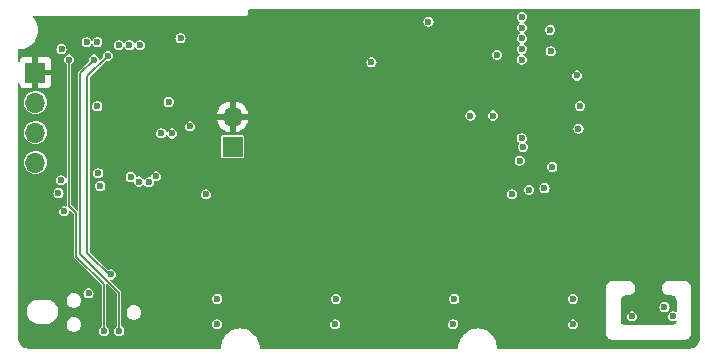
<source format=gbr>
%TF.GenerationSoftware,KiCad,Pcbnew,8.99.0-unknown-77b1d367df~178~ubuntu23.10.1*%
%TF.CreationDate,2024-11-07T11:46:47-05:00*%
%TF.ProjectId,nRF54L_ePaper,6e524635-344c-45f6-9550-617065722e6b,rev?*%
%TF.SameCoordinates,Original*%
%TF.FileFunction,Copper,L2,Inr*%
%TF.FilePolarity,Positive*%
%FSLAX46Y46*%
G04 Gerber Fmt 4.6, Leading zero omitted, Abs format (unit mm)*
G04 Created by KiCad (PCBNEW 8.99.0-unknown-77b1d367df~178~ubuntu23.10.1) date 2024-11-07 11:46:47*
%MOMM*%
%LPD*%
G01*
G04 APERTURE LIST*
%TA.AperFunction,ComponentPad*%
%ADD10R,1.700000X1.700000*%
%TD*%
%TA.AperFunction,ComponentPad*%
%ADD11O,1.700000X1.700000*%
%TD*%
%TA.AperFunction,ViaPad*%
%ADD12C,0.600000*%
%TD*%
%TA.AperFunction,Conductor*%
%ADD13C,0.127000*%
%TD*%
%TA.AperFunction,Conductor*%
%ADD14C,0.150000*%
%TD*%
G04 APERTURE END LIST*
D10*
%TO.N,Net-(BT1-+)*%
%TO.C,JP2*%
X118300000Y-56775000D03*
D11*
%TO.N,VDD*%
X118300000Y-54235000D03*
%TD*%
D10*
%TO.N,VDD*%
%TO.C,J1*%
X101600000Y-50500000D03*
D11*
%TO.N,/UART_TX*%
X101600000Y-53040000D03*
%TO.N,/UART_RX*%
X101600000Y-55580000D03*
%TO.N,GND*%
X101600000Y-58120000D03*
%TD*%
D12*
%TO.N,VDD*%
X109400000Y-69200000D03*
X151460000Y-67300000D03*
X113600000Y-53500000D03*
X142200000Y-53840000D03*
X153040000Y-68600000D03*
X101190000Y-66090000D03*
X145230000Y-52040000D03*
X155620000Y-67300000D03*
%TO.N,GND*%
X137070000Y-69670000D03*
X142790000Y-48500000D03*
X109560000Y-48190000D03*
X106850000Y-53360000D03*
X142780000Y-56070000D03*
X142790000Y-46700000D03*
X117000000Y-69680000D03*
X144700000Y-60280000D03*
X104010000Y-62260000D03*
X108670000Y-48190000D03*
X152110000Y-71150000D03*
X142790000Y-45800000D03*
X103550000Y-60700000D03*
X142870000Y-56808000D03*
X113890000Y-47600000D03*
X142790000Y-47600000D03*
X113180000Y-55660000D03*
X112260000Y-55650000D03*
X142780000Y-49410000D03*
X114690000Y-55060000D03*
X147460000Y-50750000D03*
X147130000Y-69670000D03*
X127050000Y-69680000D03*
X147580000Y-55250000D03*
X143400000Y-60430000D03*
X106100000Y-69200000D03*
X110450000Y-48190000D03*
X112880000Y-53000000D03*
%TO.N,/PREVGL*%
X145185000Y-46905000D03*
X134880000Y-46200000D03*
%TO.N,/SCL*%
X109670000Y-59340000D03*
X154860000Y-70350000D03*
X106850000Y-47930000D03*
%TO.N,/SDA*%
X155570000Y-71150000D03*
X105950000Y-47940000D03*
X110370000Y-59730000D03*
%TO.N,/PREVGH*%
X145230466Y-48707047D03*
X140680000Y-49000000D03*
%TO.N,/GDR*%
X140340000Y-54140000D03*
X145370000Y-58490000D03*
%TO.N,/RESE*%
X142600000Y-57970000D03*
X138440000Y-54140000D03*
%TO.N,/EPD_DC*%
X130050000Y-49640000D03*
X147700000Y-53340000D03*
%TO.N,Net-(Q2-G)*%
X103820000Y-48510000D03*
X103760000Y-59620000D03*
%TO.N,Net-(J4-SWDIO)*%
X108700000Y-72400000D03*
X106560000Y-49400000D03*
%TO.N,Net-(J4-~{RESET})*%
X107750000Y-49070000D03*
X108000000Y-67600000D03*
%TO.N,Net-(J4-SWCLK)*%
X104440000Y-49400000D03*
X107400000Y-72400000D03*
%TO.N,/SW1*%
X116990000Y-71810000D03*
%TO.N,/SW2*%
X127000000Y-71830000D03*
%TO.N,/SW3*%
X136980000Y-71820000D03*
%TO.N,/SW4*%
X147110000Y-71830000D03*
%TO.N,/UART_TX*%
X111200000Y-59800000D03*
X106920000Y-59020000D03*
%TO.N,/UART_RX*%
X107100000Y-60100000D03*
X111800000Y-59300000D03*
%TO.N,Net-(BT1-+)*%
X116030000Y-60820000D03*
X141960000Y-60800000D03*
%TD*%
D13*
%TO.N,Net-(J4-SWDIO)*%
X108700000Y-69140000D02*
X105410000Y-65850000D01*
X105410000Y-65850000D02*
X105410000Y-61750000D01*
D14*
X105410000Y-50550000D02*
X106560000Y-49400000D01*
X105410000Y-61750000D02*
X105410000Y-50550000D01*
D13*
X108700000Y-72400000D02*
X108700000Y-69140000D01*
D14*
%TO.N,Net-(J4-~{RESET})*%
X106300000Y-66100000D02*
X106000000Y-65800000D01*
X106300000Y-66100000D02*
X107800000Y-67600000D01*
X106000000Y-50820000D02*
X107750000Y-49070000D01*
X106000000Y-65800000D02*
X106000000Y-50820000D01*
X107800000Y-67600000D02*
X108000000Y-67600000D01*
%TO.N,Net-(J4-SWCLK)*%
X105080000Y-62430000D02*
X105080000Y-62670000D01*
D13*
X105080000Y-66080000D02*
X105080000Y-62670000D01*
X107400000Y-68400000D02*
X105080000Y-66080000D01*
X107400000Y-72400000D02*
X107400000Y-68400000D01*
D14*
X104440000Y-49400000D02*
X104440000Y-61790000D01*
X104440000Y-61790000D02*
X105080000Y-62430000D01*
%TD*%
%TA.AperFunction,Conductor*%
%TO.N,VDD*%
G36*
X157854194Y-45118306D02*
G01*
X157872500Y-45162500D01*
X157872500Y-72996930D01*
X157872199Y-73003056D01*
X157856338Y-73164088D01*
X157853948Y-73176105D01*
X157807871Y-73328002D01*
X157803182Y-73339321D01*
X157728358Y-73479307D01*
X157721551Y-73489494D01*
X157620856Y-73612192D01*
X157612192Y-73620856D01*
X157489494Y-73721551D01*
X157479307Y-73728358D01*
X157339321Y-73803182D01*
X157328002Y-73807871D01*
X157176105Y-73853948D01*
X157164088Y-73856338D01*
X157003056Y-73872199D01*
X156996930Y-73872500D01*
X140758227Y-73872500D01*
X140742051Y-73870370D01*
X140729925Y-73867121D01*
X140701908Y-73850945D01*
X140699054Y-73848091D01*
X140682878Y-73820072D01*
X140679628Y-73807945D01*
X140677500Y-73791773D01*
X140677500Y-73678042D01*
X140677500Y-73678036D01*
X140641145Y-73436832D01*
X140569246Y-73203740D01*
X140463409Y-72983968D01*
X140353386Y-72822594D01*
X140326005Y-72782433D01*
X140326002Y-72782430D01*
X140325999Y-72782425D01*
X140160085Y-72603612D01*
X140160080Y-72603608D01*
X140160077Y-72603605D01*
X139969383Y-72451531D01*
X139969377Y-72451527D01*
X139969374Y-72451525D01*
X139758126Y-72329561D01*
X139531059Y-72240444D01*
X139531055Y-72240443D01*
X139531052Y-72240442D01*
X139293247Y-72186165D01*
X139050003Y-72167936D01*
X139049997Y-72167936D01*
X138806753Y-72186165D01*
X138806751Y-72186165D01*
X138568947Y-72240442D01*
X138568944Y-72240443D01*
X138341871Y-72329562D01*
X138219870Y-72400000D01*
X138152667Y-72438800D01*
X138130616Y-72451531D01*
X137939922Y-72603605D01*
X137939917Y-72603610D01*
X137939915Y-72603611D01*
X137939915Y-72603612D01*
X137791657Y-72763397D01*
X137773994Y-72782433D01*
X137636591Y-72983967D01*
X137530752Y-73203744D01*
X137530751Y-73203748D01*
X137458856Y-73436824D01*
X137422500Y-73678036D01*
X137422500Y-73791773D01*
X137420370Y-73807951D01*
X137417121Y-73820075D01*
X137400945Y-73848091D01*
X137398091Y-73850945D01*
X137370074Y-73867121D01*
X137357947Y-73870370D01*
X137341773Y-73872500D01*
X120658227Y-73872500D01*
X120642051Y-73870370D01*
X120629925Y-73867121D01*
X120601908Y-73850945D01*
X120599054Y-73848091D01*
X120582878Y-73820072D01*
X120579628Y-73807945D01*
X120577500Y-73791773D01*
X120577500Y-73678042D01*
X120577500Y-73678036D01*
X120541145Y-73436832D01*
X120469246Y-73203740D01*
X120363409Y-72983968D01*
X120253386Y-72822594D01*
X120226005Y-72782433D01*
X120226002Y-72782430D01*
X120225999Y-72782425D01*
X120060085Y-72603612D01*
X120060080Y-72603608D01*
X120060077Y-72603605D01*
X119869383Y-72451531D01*
X119869377Y-72451527D01*
X119869374Y-72451525D01*
X119658126Y-72329561D01*
X119431059Y-72240444D01*
X119431055Y-72240443D01*
X119431052Y-72240442D01*
X119193247Y-72186165D01*
X118950003Y-72167936D01*
X118949997Y-72167936D01*
X118706753Y-72186165D01*
X118706751Y-72186165D01*
X118468947Y-72240442D01*
X118468944Y-72240443D01*
X118241871Y-72329562D01*
X118119870Y-72400000D01*
X118052667Y-72438800D01*
X118030616Y-72451531D01*
X117839922Y-72603605D01*
X117839917Y-72603610D01*
X117839915Y-72603611D01*
X117839915Y-72603612D01*
X117691657Y-72763397D01*
X117673994Y-72782433D01*
X117536591Y-72983967D01*
X117430752Y-73203744D01*
X117430751Y-73203748D01*
X117358856Y-73436824D01*
X117322500Y-73678036D01*
X117322500Y-73791773D01*
X117320370Y-73807951D01*
X117317121Y-73820075D01*
X117300945Y-73848091D01*
X117298091Y-73850945D01*
X117270074Y-73867121D01*
X117257947Y-73870370D01*
X117241773Y-73872500D01*
X101003070Y-73872500D01*
X100996944Y-73872199D01*
X100835911Y-73856338D01*
X100823894Y-73853948D01*
X100671997Y-73807871D01*
X100660678Y-73803182D01*
X100520692Y-73728358D01*
X100510505Y-73721551D01*
X100457481Y-73678036D01*
X100387805Y-73620854D01*
X100379143Y-73612192D01*
X100347877Y-73574094D01*
X100278445Y-73489490D01*
X100271644Y-73479311D01*
X100196815Y-73339317D01*
X100192130Y-73328007D01*
X100146050Y-73176101D01*
X100143661Y-73164088D01*
X100140057Y-73127500D01*
X100127801Y-73003056D01*
X100127500Y-72996930D01*
X100127500Y-70648799D01*
X100872500Y-70648799D01*
X100872500Y-70851200D01*
X100911985Y-71049709D01*
X100911985Y-71049710D01*
X100989441Y-71236704D01*
X100989442Y-71236706D01*
X101087531Y-71383506D01*
X101101888Y-71404993D01*
X101245007Y-71548112D01*
X101413296Y-71660559D01*
X101600289Y-71738014D01*
X101798800Y-71777500D01*
X102601200Y-71777500D01*
X102716030Y-71754659D01*
X104237200Y-71754659D01*
X104237200Y-71877340D01*
X104261133Y-71997662D01*
X104308082Y-72111006D01*
X104308083Y-72111008D01*
X104369461Y-72202867D01*
X104376240Y-72213012D01*
X104462988Y-72299760D01*
X104564994Y-72367918D01*
X104678336Y-72414866D01*
X104798660Y-72438800D01*
X104921340Y-72438800D01*
X105041664Y-72414866D01*
X105155006Y-72367918D01*
X105257012Y-72299760D01*
X105343760Y-72213012D01*
X105411918Y-72111006D01*
X105458866Y-71997664D01*
X105482800Y-71877340D01*
X105482800Y-71754660D01*
X105458866Y-71634336D01*
X105411918Y-71520994D01*
X105343760Y-71418988D01*
X105257012Y-71332240D01*
X105257011Y-71332239D01*
X105155008Y-71264083D01*
X105155006Y-71264082D01*
X105041662Y-71217133D01*
X104921340Y-71193200D01*
X104798660Y-71193200D01*
X104678337Y-71217133D01*
X104564993Y-71264082D01*
X104564991Y-71264083D01*
X104462988Y-71332239D01*
X104376239Y-71418988D01*
X104308083Y-71520991D01*
X104308082Y-71520993D01*
X104261133Y-71634337D01*
X104237200Y-71754659D01*
X102716030Y-71754659D01*
X102799711Y-71738014D01*
X102986704Y-71660559D01*
X103154993Y-71548112D01*
X103298112Y-71404993D01*
X103410559Y-71236704D01*
X103488014Y-71049711D01*
X103527500Y-70851200D01*
X103527500Y-70648800D01*
X103488014Y-70450289D01*
X103410559Y-70263296D01*
X103298112Y-70095007D01*
X103154993Y-69951888D01*
X103111011Y-69922500D01*
X102986706Y-69839442D01*
X102986704Y-69839441D01*
X102799709Y-69761985D01*
X102601999Y-69722659D01*
X104237200Y-69722659D01*
X104237200Y-69845340D01*
X104261133Y-69965662D01*
X104285130Y-70023595D01*
X104308082Y-70079006D01*
X104376240Y-70181012D01*
X104462988Y-70267760D01*
X104564994Y-70335918D01*
X104678336Y-70382866D01*
X104798660Y-70406800D01*
X104921340Y-70406800D01*
X105041664Y-70382866D01*
X105155006Y-70335918D01*
X105257012Y-70267760D01*
X105343760Y-70181012D01*
X105411918Y-70079006D01*
X105458866Y-69965664D01*
X105482800Y-69845340D01*
X105482800Y-69722660D01*
X105458866Y-69602336D01*
X105411918Y-69488994D01*
X105343760Y-69386988D01*
X105257012Y-69300240D01*
X105257011Y-69300239D01*
X105155008Y-69232083D01*
X105155006Y-69232082D01*
X105077554Y-69200000D01*
X105668104Y-69200000D01*
X105685598Y-69321677D01*
X105685599Y-69321680D01*
X105736665Y-69433500D01*
X105736669Y-69433506D01*
X105817166Y-69526403D01*
X105817168Y-69526405D01*
X105920584Y-69592866D01*
X105920586Y-69592866D01*
X105920587Y-69592867D01*
X106038534Y-69627500D01*
X106038535Y-69627500D01*
X106161465Y-69627500D01*
X106279416Y-69592866D01*
X106382832Y-69526405D01*
X106452071Y-69446499D01*
X106463330Y-69433506D01*
X106463331Y-69433504D01*
X106463334Y-69433501D01*
X106514401Y-69321679D01*
X106531896Y-69200000D01*
X106514401Y-69078321D01*
X106463334Y-68966499D01*
X106463330Y-68966493D01*
X106382833Y-68873596D01*
X106382832Y-68873595D01*
X106279416Y-68807134D01*
X106279414Y-68807133D01*
X106279412Y-68807132D01*
X106161466Y-68772500D01*
X106161465Y-68772500D01*
X106038535Y-68772500D01*
X106038534Y-68772500D01*
X105920587Y-68807132D01*
X105817166Y-68873596D01*
X105736669Y-68966493D01*
X105736665Y-68966499D01*
X105685599Y-69078319D01*
X105685598Y-69078322D01*
X105668104Y-69200000D01*
X105077554Y-69200000D01*
X105041662Y-69185133D01*
X104921340Y-69161200D01*
X104798660Y-69161200D01*
X104678337Y-69185133D01*
X104564993Y-69232082D01*
X104564991Y-69232083D01*
X104462988Y-69300239D01*
X104376239Y-69386988D01*
X104308083Y-69488991D01*
X104308082Y-69488993D01*
X104261133Y-69602337D01*
X104237200Y-69722659D01*
X102601999Y-69722659D01*
X102601200Y-69722500D01*
X101798800Y-69722500D01*
X101600290Y-69761985D01*
X101600289Y-69761985D01*
X101413295Y-69839441D01*
X101413293Y-69839442D01*
X101245007Y-69951887D01*
X101101887Y-70095007D01*
X100989442Y-70263293D01*
X100989441Y-70263295D01*
X100911985Y-70450289D01*
X100911985Y-70450290D01*
X100872500Y-70648799D01*
X100127500Y-70648799D01*
X100127500Y-60700000D01*
X103118104Y-60700000D01*
X103135598Y-60821677D01*
X103135599Y-60821680D01*
X103186665Y-60933500D01*
X103186669Y-60933506D01*
X103267166Y-61026403D01*
X103267168Y-61026405D01*
X103370584Y-61092866D01*
X103370586Y-61092866D01*
X103370587Y-61092867D01*
X103488534Y-61127500D01*
X103488535Y-61127500D01*
X103611465Y-61127500D01*
X103729416Y-61092866D01*
X103832832Y-61026405D01*
X103906248Y-60941679D01*
X103913330Y-60933506D01*
X103913331Y-60933504D01*
X103913334Y-60933501D01*
X103964401Y-60821679D01*
X103981896Y-60700000D01*
X103964401Y-60578321D01*
X103913334Y-60466499D01*
X103913330Y-60466493D01*
X103832833Y-60373596D01*
X103832832Y-60373595D01*
X103729416Y-60307134D01*
X103729414Y-60307133D01*
X103729412Y-60307132D01*
X103611466Y-60272500D01*
X103611465Y-60272500D01*
X103488535Y-60272500D01*
X103488534Y-60272500D01*
X103370587Y-60307132D01*
X103267166Y-60373596D01*
X103186669Y-60466493D01*
X103186665Y-60466499D01*
X103135599Y-60578319D01*
X103135598Y-60578322D01*
X103118104Y-60700000D01*
X100127500Y-60700000D01*
X100127500Y-59620000D01*
X103328104Y-59620000D01*
X103345598Y-59741677D01*
X103345599Y-59741680D01*
X103396665Y-59853500D01*
X103396669Y-59853506D01*
X103477166Y-59946403D01*
X103477168Y-59946405D01*
X103580584Y-60012866D01*
X103580586Y-60012866D01*
X103580587Y-60012867D01*
X103698534Y-60047500D01*
X103698535Y-60047500D01*
X103821465Y-60047500D01*
X103939416Y-60012866D01*
X104042832Y-59946405D01*
X104079427Y-59904171D01*
X104126262Y-59850123D01*
X104127629Y-59851307D01*
X104161706Y-59827641D01*
X104208783Y-59836128D01*
X104236070Y-59875417D01*
X104237500Y-59888711D01*
X104237500Y-61797762D01*
X104219194Y-61841956D01*
X104175000Y-61860262D01*
X104157392Y-61857730D01*
X104071467Y-61832500D01*
X104071465Y-61832500D01*
X103948535Y-61832500D01*
X103948534Y-61832500D01*
X103830587Y-61867132D01*
X103727166Y-61933596D01*
X103646669Y-62026493D01*
X103646665Y-62026499D01*
X103595599Y-62138319D01*
X103595598Y-62138322D01*
X103578104Y-62260000D01*
X103595598Y-62381677D01*
X103595599Y-62381680D01*
X103646665Y-62493500D01*
X103646669Y-62493506D01*
X103727166Y-62586403D01*
X103727168Y-62586405D01*
X103830584Y-62652866D01*
X103830586Y-62652866D01*
X103830587Y-62652867D01*
X103948534Y-62687500D01*
X103948535Y-62687500D01*
X104071465Y-62687500D01*
X104189416Y-62652866D01*
X104292832Y-62586405D01*
X104355677Y-62513878D01*
X104373330Y-62493506D01*
X104373331Y-62493504D01*
X104373334Y-62493501D01*
X104424401Y-62381679D01*
X104441896Y-62260000D01*
X104438104Y-62233628D01*
X104449934Y-62187279D01*
X104491073Y-62162870D01*
X104537423Y-62174700D01*
X104544162Y-62180540D01*
X104859194Y-62495572D01*
X104877500Y-62539766D01*
X104877500Y-62710279D01*
X104877499Y-62710279D01*
X104880935Y-62718574D01*
X104884242Y-62726557D01*
X104889000Y-62750474D01*
X104889000Y-66117991D01*
X104918077Y-66188191D01*
X104918079Y-66188194D01*
X107190694Y-68460808D01*
X107209000Y-68505002D01*
X107209000Y-71980450D01*
X107190694Y-72024644D01*
X107180290Y-72033028D01*
X107117169Y-72073592D01*
X107036669Y-72166493D01*
X107036665Y-72166499D01*
X106985599Y-72278319D01*
X106985598Y-72278322D01*
X106968104Y-72400000D01*
X106985598Y-72521677D01*
X106985599Y-72521680D01*
X107036665Y-72633500D01*
X107036669Y-72633506D01*
X107117166Y-72726403D01*
X107117168Y-72726405D01*
X107220584Y-72792866D01*
X107220586Y-72792866D01*
X107220587Y-72792867D01*
X107338534Y-72827500D01*
X107338535Y-72827500D01*
X107461465Y-72827500D01*
X107579416Y-72792866D01*
X107682832Y-72726405D01*
X107763334Y-72633501D01*
X107814401Y-72521679D01*
X107831896Y-72400000D01*
X107814401Y-72278321D01*
X107763334Y-72166499D01*
X107763330Y-72166493D01*
X107682830Y-72073592D01*
X107619710Y-72033028D01*
X107592428Y-71993735D01*
X107591000Y-71980450D01*
X107591000Y-68452003D01*
X107609306Y-68407809D01*
X107653500Y-68389503D01*
X107697694Y-68407809D01*
X108490694Y-69200809D01*
X108509000Y-69245003D01*
X108509000Y-71980450D01*
X108490694Y-72024644D01*
X108480290Y-72033028D01*
X108417169Y-72073592D01*
X108336669Y-72166493D01*
X108336665Y-72166499D01*
X108285599Y-72278319D01*
X108285598Y-72278322D01*
X108268104Y-72400000D01*
X108285598Y-72521677D01*
X108285599Y-72521680D01*
X108336665Y-72633500D01*
X108336669Y-72633506D01*
X108417166Y-72726403D01*
X108417168Y-72726405D01*
X108520584Y-72792866D01*
X108520586Y-72792866D01*
X108520587Y-72792867D01*
X108638534Y-72827500D01*
X108638535Y-72827500D01*
X108761465Y-72827500D01*
X108879416Y-72792866D01*
X108982832Y-72726405D01*
X109063334Y-72633501D01*
X109114401Y-72521679D01*
X109131896Y-72400000D01*
X109114401Y-72278321D01*
X109063334Y-72166499D01*
X109063330Y-72166493D01*
X108982830Y-72073592D01*
X108919710Y-72033028D01*
X108892428Y-71993735D01*
X108891000Y-71980450D01*
X108891000Y-71810000D01*
X116558104Y-71810000D01*
X116575598Y-71931677D01*
X116575599Y-71931680D01*
X116626665Y-72043500D01*
X116626669Y-72043506D01*
X116707166Y-72136403D01*
X116707168Y-72136405D01*
X116810584Y-72202866D01*
X116810586Y-72202866D01*
X116810587Y-72202867D01*
X116928534Y-72237500D01*
X116928535Y-72237500D01*
X117051465Y-72237500D01*
X117169416Y-72202866D01*
X117272832Y-72136405D01*
X117353334Y-72043501D01*
X117404401Y-71931679D01*
X117419020Y-71830000D01*
X126568104Y-71830000D01*
X126585598Y-71951677D01*
X126585599Y-71951680D01*
X126636665Y-72063500D01*
X126636669Y-72063506D01*
X126708501Y-72146403D01*
X126717168Y-72156405D01*
X126820584Y-72222866D01*
X126820586Y-72222866D01*
X126820587Y-72222867D01*
X126938534Y-72257500D01*
X126938535Y-72257500D01*
X127061465Y-72257500D01*
X127179416Y-72222866D01*
X127282832Y-72156405D01*
X127338208Y-72092497D01*
X127363330Y-72063506D01*
X127363331Y-72063504D01*
X127363334Y-72063501D01*
X127414401Y-71951679D01*
X127431896Y-71830000D01*
X127430458Y-71820000D01*
X136548104Y-71820000D01*
X136565598Y-71941677D01*
X136565599Y-71941680D01*
X136616665Y-72053500D01*
X136616669Y-72053506D01*
X136688501Y-72136403D01*
X136697168Y-72146405D01*
X136800584Y-72212866D01*
X136800586Y-72212866D01*
X136800587Y-72212867D01*
X136918534Y-72247500D01*
X136918535Y-72247500D01*
X137041465Y-72247500D01*
X137159416Y-72212866D01*
X137262832Y-72146405D01*
X137318208Y-72082497D01*
X137343330Y-72053506D01*
X137343331Y-72053504D01*
X137343334Y-72053501D01*
X137394401Y-71941679D01*
X137410458Y-71830000D01*
X146678104Y-71830000D01*
X146695598Y-71951677D01*
X146695599Y-71951680D01*
X146746665Y-72063500D01*
X146746669Y-72063506D01*
X146818501Y-72146403D01*
X146827168Y-72156405D01*
X146930584Y-72222866D01*
X146930586Y-72222866D01*
X146930587Y-72222867D01*
X147048534Y-72257500D01*
X147048535Y-72257500D01*
X147171465Y-72257500D01*
X147289416Y-72222866D01*
X147392832Y-72156405D01*
X147448208Y-72092497D01*
X147473330Y-72063506D01*
X147473331Y-72063504D01*
X147473334Y-72063501D01*
X147524401Y-71951679D01*
X147541896Y-71830000D01*
X147524401Y-71708321D01*
X147473334Y-71596499D01*
X147473330Y-71596493D01*
X147392833Y-71503596D01*
X147392832Y-71503595D01*
X147289416Y-71437134D01*
X147289414Y-71437133D01*
X147289412Y-71437132D01*
X147171466Y-71402500D01*
X147171465Y-71402500D01*
X147048535Y-71402500D01*
X147048534Y-71402500D01*
X146930587Y-71437132D01*
X146827166Y-71503596D01*
X146746669Y-71596493D01*
X146746665Y-71596499D01*
X146695599Y-71708319D01*
X146695598Y-71708322D01*
X146678104Y-71830000D01*
X137410458Y-71830000D01*
X137411896Y-71820000D01*
X137394401Y-71698321D01*
X137343334Y-71586499D01*
X137343330Y-71586493D01*
X137262833Y-71493596D01*
X137262832Y-71493595D01*
X137159416Y-71427134D01*
X137159414Y-71427133D01*
X137159412Y-71427132D01*
X137041466Y-71392500D01*
X137041465Y-71392500D01*
X136918535Y-71392500D01*
X136918534Y-71392500D01*
X136800587Y-71427132D01*
X136697166Y-71493596D01*
X136616669Y-71586493D01*
X136616665Y-71586499D01*
X136565599Y-71698319D01*
X136565598Y-71698322D01*
X136548104Y-71820000D01*
X127430458Y-71820000D01*
X127414401Y-71708321D01*
X127363334Y-71596499D01*
X127363330Y-71596493D01*
X127282833Y-71503596D01*
X127282832Y-71503595D01*
X127179416Y-71437134D01*
X127179414Y-71437133D01*
X127179412Y-71437132D01*
X127061466Y-71402500D01*
X127061465Y-71402500D01*
X126938535Y-71402500D01*
X126938534Y-71402500D01*
X126820587Y-71437132D01*
X126717166Y-71503596D01*
X126636669Y-71596493D01*
X126636665Y-71596499D01*
X126585599Y-71708319D01*
X126585598Y-71708322D01*
X126568104Y-71830000D01*
X117419020Y-71830000D01*
X117421896Y-71810000D01*
X117404401Y-71688321D01*
X117353334Y-71576499D01*
X117353330Y-71576493D01*
X117272833Y-71483596D01*
X117272832Y-71483595D01*
X117169416Y-71417134D01*
X117169414Y-71417133D01*
X117169412Y-71417132D01*
X117051466Y-71382500D01*
X117051465Y-71382500D01*
X116928535Y-71382500D01*
X116928534Y-71382500D01*
X116810587Y-71417132D01*
X116707166Y-71483596D01*
X116626669Y-71576493D01*
X116626665Y-71576499D01*
X116575599Y-71688319D01*
X116575598Y-71688322D01*
X116558104Y-71810000D01*
X108891000Y-71810000D01*
X108891000Y-70738659D01*
X109317200Y-70738659D01*
X109317200Y-70861340D01*
X109341133Y-70981662D01*
X109388082Y-71095006D01*
X109388083Y-71095008D01*
X109453693Y-71193200D01*
X109456240Y-71197012D01*
X109542988Y-71283760D01*
X109644994Y-71351918D01*
X109758336Y-71398866D01*
X109878660Y-71422800D01*
X110001340Y-71422800D01*
X110121664Y-71398866D01*
X110235006Y-71351918D01*
X110337012Y-71283760D01*
X110423760Y-71197012D01*
X110491918Y-71095006D01*
X110538866Y-70981664D01*
X110562800Y-70861340D01*
X110562800Y-70738660D01*
X110538866Y-70618336D01*
X110491918Y-70504994D01*
X110423760Y-70402988D01*
X110337012Y-70316240D01*
X110337011Y-70316239D01*
X110235008Y-70248083D01*
X110235006Y-70248082D01*
X110121662Y-70201133D01*
X110001340Y-70177200D01*
X109878660Y-70177200D01*
X109758337Y-70201133D01*
X109644993Y-70248082D01*
X109644991Y-70248083D01*
X109542988Y-70316239D01*
X109456239Y-70402988D01*
X109388083Y-70504991D01*
X109388082Y-70504993D01*
X109341133Y-70618337D01*
X109317200Y-70738659D01*
X108891000Y-70738659D01*
X108891000Y-69680000D01*
X116568104Y-69680000D01*
X116585598Y-69801677D01*
X116585599Y-69801680D01*
X116636665Y-69913500D01*
X116636669Y-69913506D01*
X116708501Y-69996403D01*
X116717168Y-70006405D01*
X116820584Y-70072866D01*
X116820586Y-70072866D01*
X116820587Y-70072867D01*
X116938534Y-70107500D01*
X116938535Y-70107500D01*
X117061465Y-70107500D01*
X117179416Y-70072866D01*
X117282832Y-70006405D01*
X117338208Y-69942497D01*
X117363330Y-69913506D01*
X117363331Y-69913504D01*
X117363334Y-69913501D01*
X117414401Y-69801679D01*
X117431896Y-69680000D01*
X126618104Y-69680000D01*
X126635598Y-69801677D01*
X126635599Y-69801680D01*
X126686665Y-69913500D01*
X126686669Y-69913506D01*
X126758501Y-69996403D01*
X126767168Y-70006405D01*
X126870584Y-70072866D01*
X126870586Y-70072866D01*
X126870587Y-70072867D01*
X126988534Y-70107500D01*
X126988535Y-70107500D01*
X127111465Y-70107500D01*
X127229416Y-70072866D01*
X127332832Y-70006405D01*
X127388208Y-69942497D01*
X127413330Y-69913506D01*
X127413331Y-69913504D01*
X127413334Y-69913501D01*
X127464401Y-69801679D01*
X127481896Y-69680000D01*
X127480458Y-69670000D01*
X136638104Y-69670000D01*
X136655598Y-69791677D01*
X136655599Y-69791680D01*
X136706665Y-69903500D01*
X136706669Y-69903506D01*
X136787166Y-69996403D01*
X136787168Y-69996405D01*
X136890584Y-70062866D01*
X136890586Y-70062866D01*
X136890587Y-70062867D01*
X137008534Y-70097500D01*
X137008535Y-70097500D01*
X137131465Y-70097500D01*
X137249416Y-70062866D01*
X137352832Y-69996405D01*
X137433334Y-69903501D01*
X137484401Y-69791679D01*
X137501896Y-69670000D01*
X146698104Y-69670000D01*
X146715598Y-69791677D01*
X146715599Y-69791680D01*
X146766665Y-69903500D01*
X146766669Y-69903506D01*
X146847166Y-69996403D01*
X146847168Y-69996405D01*
X146950584Y-70062866D01*
X146950586Y-70062866D01*
X146950587Y-70062867D01*
X147068534Y-70097500D01*
X147068535Y-70097500D01*
X147191465Y-70097500D01*
X147309416Y-70062866D01*
X147412832Y-69996405D01*
X147493334Y-69903501D01*
X147544401Y-69791679D01*
X147561896Y-69670000D01*
X147544401Y-69548321D01*
X147493334Y-69436499D01*
X147493330Y-69436493D01*
X147412833Y-69343596D01*
X147412832Y-69343595D01*
X147309416Y-69277134D01*
X147309414Y-69277133D01*
X147309412Y-69277132D01*
X147191466Y-69242500D01*
X147191465Y-69242500D01*
X147068535Y-69242500D01*
X147068534Y-69242500D01*
X146950587Y-69277132D01*
X146847166Y-69343596D01*
X146766669Y-69436493D01*
X146766665Y-69436499D01*
X146715599Y-69548319D01*
X146715598Y-69548322D01*
X146698104Y-69670000D01*
X137501896Y-69670000D01*
X137484401Y-69548321D01*
X137433334Y-69436499D01*
X137433330Y-69436493D01*
X137352833Y-69343596D01*
X137352832Y-69343595D01*
X137249416Y-69277134D01*
X137249414Y-69277133D01*
X137249412Y-69277132D01*
X137131466Y-69242500D01*
X137131465Y-69242500D01*
X137008535Y-69242500D01*
X137008534Y-69242500D01*
X136890587Y-69277132D01*
X136787166Y-69343596D01*
X136706669Y-69436493D01*
X136706665Y-69436499D01*
X136655599Y-69548319D01*
X136655598Y-69548322D01*
X136638104Y-69670000D01*
X127480458Y-69670000D01*
X127464401Y-69558321D01*
X127413334Y-69446499D01*
X127413330Y-69446493D01*
X127332833Y-69353596D01*
X127332832Y-69353595D01*
X127229416Y-69287134D01*
X127229414Y-69287133D01*
X127229412Y-69287132D01*
X127111466Y-69252500D01*
X127111465Y-69252500D01*
X126988535Y-69252500D01*
X126988534Y-69252500D01*
X126870587Y-69287132D01*
X126767166Y-69353596D01*
X126686669Y-69446493D01*
X126686665Y-69446499D01*
X126635599Y-69558319D01*
X126635598Y-69558322D01*
X126618104Y-69680000D01*
X117431896Y-69680000D01*
X117414401Y-69558321D01*
X117363334Y-69446499D01*
X117363330Y-69446493D01*
X117282833Y-69353596D01*
X117282832Y-69353595D01*
X117179416Y-69287134D01*
X117179414Y-69287133D01*
X117179412Y-69287132D01*
X117061466Y-69252500D01*
X117061465Y-69252500D01*
X116938535Y-69252500D01*
X116938534Y-69252500D01*
X116820587Y-69287132D01*
X116717166Y-69353596D01*
X116636669Y-69446493D01*
X116636665Y-69446499D01*
X116585599Y-69558319D01*
X116585598Y-69558322D01*
X116568104Y-69680000D01*
X108891000Y-69680000D01*
X108891000Y-69102010D01*
X108891000Y-69102008D01*
X108861922Y-69031807D01*
X108808193Y-68978078D01*
X108509411Y-68679296D01*
X149892500Y-68679296D01*
X149892500Y-72570703D01*
X149923964Y-72708559D01*
X149985316Y-72835960D01*
X149985318Y-72835963D01*
X150073483Y-72946517D01*
X150184037Y-73034682D01*
X150311438Y-73096035D01*
X150449298Y-73127500D01*
X150449299Y-73127500D01*
X156590701Y-73127500D01*
X156590702Y-73127500D01*
X156728562Y-73096035D01*
X156855963Y-73034682D01*
X156966517Y-72946517D01*
X157054682Y-72835963D01*
X157116035Y-72708562D01*
X157147500Y-72570702D01*
X157147500Y-72500000D01*
X157147500Y-72470899D01*
X157147500Y-68724639D01*
X157147500Y-68679298D01*
X157116035Y-68541438D01*
X157054682Y-68414037D01*
X156966517Y-68303483D01*
X156855963Y-68215318D01*
X156855960Y-68215316D01*
X156785217Y-68181248D01*
X156728562Y-68153965D01*
X156728560Y-68153964D01*
X156728559Y-68153964D01*
X156590703Y-68122500D01*
X156590702Y-68122500D01*
X156545361Y-68122500D01*
X155299101Y-68122500D01*
X155270000Y-68122500D01*
X155199298Y-68122500D01*
X155199296Y-68122500D01*
X155061440Y-68153964D01*
X154934039Y-68215316D01*
X154934036Y-68215318D01*
X154823483Y-68303483D01*
X154735318Y-68414036D01*
X154735316Y-68414039D01*
X154673964Y-68541440D01*
X154642500Y-68679296D01*
X154642500Y-68820703D01*
X154668872Y-68936250D01*
X154673965Y-68958562D01*
X154700372Y-69013397D01*
X154735316Y-69085960D01*
X154735318Y-69085963D01*
X154823483Y-69196517D01*
X154934037Y-69284682D01*
X155061438Y-69346035D01*
X155199298Y-69377500D01*
X155244639Y-69377500D01*
X155490899Y-69377500D01*
X155515906Y-69377500D01*
X155524063Y-69378035D01*
X155531569Y-69379023D01*
X155608256Y-69389119D01*
X155624006Y-69393339D01*
X155690931Y-69421060D01*
X155698645Y-69424256D01*
X155712774Y-69432413D01*
X155776868Y-69481593D01*
X155788406Y-69493131D01*
X155837586Y-69557225D01*
X155845743Y-69571354D01*
X155876658Y-69645987D01*
X155880880Y-69661746D01*
X155888900Y-69722659D01*
X155891965Y-69745936D01*
X155892500Y-69754094D01*
X155892500Y-70734628D01*
X155874194Y-70778822D01*
X155830000Y-70797128D01*
X155796211Y-70787207D01*
X155749416Y-70757134D01*
X155749414Y-70757133D01*
X155749412Y-70757132D01*
X155631466Y-70722500D01*
X155631465Y-70722500D01*
X155508535Y-70722500D01*
X155508534Y-70722500D01*
X155390587Y-70757132D01*
X155287166Y-70823596D01*
X155206669Y-70916493D01*
X155206665Y-70916499D01*
X155155599Y-71028319D01*
X155155598Y-71028322D01*
X155138104Y-71150000D01*
X155155598Y-71271677D01*
X155155599Y-71271680D01*
X155206665Y-71383500D01*
X155206669Y-71383506D01*
X155253139Y-71437134D01*
X155287168Y-71476405D01*
X155390584Y-71542866D01*
X155390586Y-71542866D01*
X155390587Y-71542867D01*
X155508534Y-71577500D01*
X155508535Y-71577500D01*
X155631465Y-71577500D01*
X155749416Y-71542866D01*
X155786220Y-71519213D01*
X155833293Y-71510720D01*
X155872586Y-71538001D01*
X155881974Y-71579943D01*
X155880882Y-71588245D01*
X155876658Y-71604012D01*
X155845743Y-71678645D01*
X155837586Y-71692774D01*
X155788406Y-71756868D01*
X155776868Y-71768406D01*
X155712774Y-71817586D01*
X155698645Y-71825743D01*
X155624012Y-71856658D01*
X155608252Y-71860881D01*
X155524064Y-71871965D01*
X155515906Y-71872500D01*
X151524094Y-71872500D01*
X151515936Y-71871965D01*
X151431746Y-71860880D01*
X151415988Y-71856658D01*
X151366026Y-71835963D01*
X151341354Y-71825743D01*
X151327225Y-71817586D01*
X151263131Y-71768406D01*
X151251593Y-71756868D01*
X151202413Y-71692774D01*
X151194256Y-71678645D01*
X151186764Y-71660558D01*
X151163339Y-71604006D01*
X151159119Y-71588256D01*
X151148035Y-71504062D01*
X151147500Y-71495905D01*
X151147500Y-71150000D01*
X151678104Y-71150000D01*
X151695598Y-71271677D01*
X151695599Y-71271680D01*
X151746665Y-71383500D01*
X151746669Y-71383506D01*
X151793139Y-71437134D01*
X151827168Y-71476405D01*
X151930584Y-71542866D01*
X151930586Y-71542866D01*
X151930587Y-71542867D01*
X152048534Y-71577500D01*
X152048535Y-71577500D01*
X152171465Y-71577500D01*
X152289416Y-71542866D01*
X152392832Y-71476405D01*
X152460020Y-71398866D01*
X152473330Y-71383506D01*
X152473331Y-71383504D01*
X152473334Y-71383501D01*
X152524401Y-71271679D01*
X152541896Y-71150000D01*
X152524401Y-71028321D01*
X152473334Y-70916499D01*
X152473330Y-70916493D01*
X152392833Y-70823596D01*
X152392832Y-70823595D01*
X152289416Y-70757134D01*
X152289414Y-70757133D01*
X152289412Y-70757132D01*
X152171466Y-70722500D01*
X152171465Y-70722500D01*
X152048535Y-70722500D01*
X152048534Y-70722500D01*
X151930587Y-70757132D01*
X151827166Y-70823596D01*
X151746669Y-70916493D01*
X151746665Y-70916499D01*
X151695599Y-71028319D01*
X151695598Y-71028322D01*
X151678104Y-71150000D01*
X151147500Y-71150000D01*
X151147500Y-70350000D01*
X154428104Y-70350000D01*
X154445598Y-70471677D01*
X154445599Y-70471680D01*
X154496665Y-70583500D01*
X154496669Y-70583506D01*
X154577166Y-70676403D01*
X154577168Y-70676405D01*
X154680584Y-70742866D01*
X154680586Y-70742866D01*
X154680587Y-70742867D01*
X154798534Y-70777500D01*
X154798535Y-70777500D01*
X154921465Y-70777500D01*
X155039416Y-70742866D01*
X155142832Y-70676405D01*
X155223334Y-70583501D01*
X155274401Y-70471679D01*
X155291896Y-70350000D01*
X155274401Y-70228321D01*
X155223334Y-70116499D01*
X155223330Y-70116493D01*
X155142833Y-70023596D01*
X155142832Y-70023595D01*
X155039416Y-69957134D01*
X155039414Y-69957133D01*
X155039412Y-69957132D01*
X154921466Y-69922500D01*
X154921465Y-69922500D01*
X154798535Y-69922500D01*
X154798534Y-69922500D01*
X154680587Y-69957132D01*
X154577166Y-70023596D01*
X154496669Y-70116493D01*
X154496665Y-70116499D01*
X154445599Y-70228319D01*
X154445598Y-70228322D01*
X154428104Y-70350000D01*
X151147500Y-70350000D01*
X151147500Y-69754094D01*
X151148035Y-69745937D01*
X151151099Y-69722660D01*
X151159119Y-69661741D01*
X151163338Y-69645995D01*
X151194257Y-69571352D01*
X151202413Y-69557225D01*
X151226063Y-69526403D01*
X151251596Y-69493127D01*
X151263127Y-69481596D01*
X151321908Y-69436493D01*
X151327225Y-69432413D01*
X151341352Y-69424257D01*
X151415995Y-69393338D01*
X151431741Y-69389119D01*
X151509393Y-69378896D01*
X151515937Y-69378035D01*
X151524094Y-69377500D01*
X151840701Y-69377500D01*
X151840702Y-69377500D01*
X151978562Y-69346035D01*
X152105963Y-69284682D01*
X152216517Y-69196517D01*
X152304682Y-69085963D01*
X152366035Y-68958562D01*
X152397500Y-68820702D01*
X152397500Y-68750000D01*
X152397500Y-68720899D01*
X152397500Y-68679298D01*
X152366035Y-68541438D01*
X152304682Y-68414037D01*
X152216517Y-68303483D01*
X152105963Y-68215318D01*
X152105960Y-68215316D01*
X152035217Y-68181248D01*
X151978562Y-68153965D01*
X151978560Y-68153964D01*
X151978559Y-68153964D01*
X151840703Y-68122500D01*
X151840702Y-68122500D01*
X151795361Y-68122500D01*
X150549101Y-68122500D01*
X150520000Y-68122500D01*
X150449298Y-68122500D01*
X150449296Y-68122500D01*
X150311440Y-68153964D01*
X150184039Y-68215316D01*
X150184036Y-68215318D01*
X150073483Y-68303483D01*
X149985318Y-68414036D01*
X149985316Y-68414039D01*
X149923964Y-68541440D01*
X149892500Y-68679296D01*
X108509411Y-68679296D01*
X107964309Y-68134194D01*
X107946003Y-68090000D01*
X107964309Y-68045806D01*
X108008503Y-68027500D01*
X108061465Y-68027500D01*
X108179416Y-67992866D01*
X108282832Y-67926405D01*
X108363334Y-67833501D01*
X108414401Y-67721679D01*
X108431896Y-67600000D01*
X108414401Y-67478321D01*
X108363334Y-67366499D01*
X108363330Y-67366493D01*
X108282833Y-67273596D01*
X108282832Y-67273595D01*
X108179416Y-67207134D01*
X108179414Y-67207133D01*
X108179412Y-67207132D01*
X108061466Y-67172500D01*
X108061465Y-67172500D01*
X107938535Y-67172500D01*
X107938534Y-67172500D01*
X107820585Y-67207133D01*
X107785595Y-67229619D01*
X107738519Y-67238111D01*
X107707612Y-67221234D01*
X106220806Y-65734428D01*
X106202500Y-65690234D01*
X106202500Y-60820000D01*
X115598104Y-60820000D01*
X115615598Y-60941677D01*
X115615599Y-60941680D01*
X115666665Y-61053500D01*
X115666669Y-61053506D01*
X115747166Y-61146403D01*
X115747168Y-61146405D01*
X115850584Y-61212866D01*
X115850586Y-61212866D01*
X115850587Y-61212867D01*
X115968534Y-61247500D01*
X115968535Y-61247500D01*
X116091465Y-61247500D01*
X116209416Y-61212866D01*
X116312832Y-61146405D01*
X116393334Y-61053501D01*
X116444401Y-60941679D01*
X116461896Y-60820000D01*
X116459020Y-60800000D01*
X141528104Y-60800000D01*
X141545598Y-60921677D01*
X141545599Y-60921680D01*
X141596665Y-61033500D01*
X141596669Y-61033506D01*
X141677166Y-61126403D01*
X141677168Y-61126405D01*
X141780584Y-61192866D01*
X141780586Y-61192866D01*
X141780587Y-61192867D01*
X141898534Y-61227500D01*
X141898535Y-61227500D01*
X142021465Y-61227500D01*
X142139416Y-61192866D01*
X142242832Y-61126405D01*
X142323334Y-61033501D01*
X142374401Y-60921679D01*
X142391896Y-60800000D01*
X142374401Y-60678321D01*
X142323334Y-60566499D01*
X142323330Y-60566493D01*
X142242833Y-60473596D01*
X142242832Y-60473595D01*
X142174996Y-60430000D01*
X142968104Y-60430000D01*
X142985598Y-60551677D01*
X142985599Y-60551680D01*
X143036665Y-60663500D01*
X143036669Y-60663506D01*
X143074791Y-60707500D01*
X143117168Y-60756405D01*
X143220584Y-60822866D01*
X143220586Y-60822866D01*
X143220587Y-60822867D01*
X143338534Y-60857500D01*
X143338535Y-60857500D01*
X143461465Y-60857500D01*
X143579416Y-60822866D01*
X143682832Y-60756405D01*
X143738208Y-60692497D01*
X143763330Y-60663506D01*
X143763331Y-60663504D01*
X143763334Y-60663501D01*
X143814401Y-60551679D01*
X143831896Y-60430000D01*
X143814401Y-60308321D01*
X143801467Y-60280000D01*
X144268104Y-60280000D01*
X144285598Y-60401677D01*
X144285599Y-60401680D01*
X144336665Y-60513500D01*
X144336669Y-60513506D01*
X144399914Y-60586493D01*
X144417168Y-60606405D01*
X144520584Y-60672866D01*
X144520586Y-60672866D01*
X144520587Y-60672867D01*
X144638534Y-60707500D01*
X144638535Y-60707500D01*
X144761465Y-60707500D01*
X144879416Y-60672866D01*
X144982832Y-60606405D01*
X145063334Y-60513501D01*
X145114401Y-60401679D01*
X145131896Y-60280000D01*
X145114401Y-60158321D01*
X145063334Y-60046499D01*
X145063330Y-60046493D01*
X144982833Y-59953596D01*
X144982832Y-59953595D01*
X144879416Y-59887134D01*
X144879414Y-59887133D01*
X144879412Y-59887132D01*
X144761466Y-59852500D01*
X144761465Y-59852500D01*
X144638535Y-59852500D01*
X144638534Y-59852500D01*
X144520587Y-59887132D01*
X144417166Y-59953596D01*
X144336669Y-60046493D01*
X144336665Y-60046499D01*
X144285599Y-60158319D01*
X144285598Y-60158322D01*
X144268104Y-60280000D01*
X143801467Y-60280000D01*
X143763334Y-60196499D01*
X143763330Y-60196493D01*
X143682833Y-60103596D01*
X143682832Y-60103595D01*
X143579416Y-60037134D01*
X143579414Y-60037133D01*
X143579412Y-60037132D01*
X143461466Y-60002500D01*
X143461465Y-60002500D01*
X143338535Y-60002500D01*
X143338534Y-60002500D01*
X143220587Y-60037132D01*
X143117166Y-60103596D01*
X143036669Y-60196493D01*
X143036665Y-60196499D01*
X142985599Y-60308319D01*
X142985598Y-60308322D01*
X142968104Y-60430000D01*
X142174996Y-60430000D01*
X142139416Y-60407134D01*
X142139414Y-60407133D01*
X142139412Y-60407132D01*
X142021466Y-60372500D01*
X142021465Y-60372500D01*
X141898535Y-60372500D01*
X141898534Y-60372500D01*
X141780587Y-60407132D01*
X141677166Y-60473596D01*
X141596669Y-60566493D01*
X141596665Y-60566499D01*
X141545599Y-60678319D01*
X141545598Y-60678322D01*
X141528104Y-60800000D01*
X116459020Y-60800000D01*
X116444401Y-60698321D01*
X116393334Y-60586499D01*
X116393330Y-60586493D01*
X116312833Y-60493596D01*
X116312832Y-60493595D01*
X116209416Y-60427134D01*
X116209414Y-60427133D01*
X116209412Y-60427132D01*
X116091466Y-60392500D01*
X116091465Y-60392500D01*
X115968535Y-60392500D01*
X115968534Y-60392500D01*
X115850587Y-60427132D01*
X115747166Y-60493596D01*
X115666669Y-60586493D01*
X115666665Y-60586499D01*
X115615599Y-60698319D01*
X115615598Y-60698322D01*
X115598104Y-60820000D01*
X106202500Y-60820000D01*
X106202500Y-60100000D01*
X106668104Y-60100000D01*
X106685598Y-60221677D01*
X106685599Y-60221680D01*
X106736665Y-60333500D01*
X106736669Y-60333506D01*
X106817166Y-60426403D01*
X106817168Y-60426405D01*
X106920584Y-60492866D01*
X106920586Y-60492866D01*
X106920587Y-60492867D01*
X107038534Y-60527500D01*
X107038535Y-60527500D01*
X107161465Y-60527500D01*
X107279416Y-60492866D01*
X107382832Y-60426405D01*
X107463334Y-60333501D01*
X107514401Y-60221679D01*
X107531896Y-60100000D01*
X107514401Y-59978321D01*
X107463334Y-59866499D01*
X107463330Y-59866493D01*
X107382833Y-59773596D01*
X107382832Y-59773595D01*
X107279416Y-59707134D01*
X107279414Y-59707133D01*
X107279412Y-59707132D01*
X107161466Y-59672500D01*
X107161465Y-59672500D01*
X107038535Y-59672500D01*
X107038534Y-59672500D01*
X106920587Y-59707132D01*
X106817166Y-59773596D01*
X106736669Y-59866493D01*
X106736665Y-59866499D01*
X106685599Y-59978319D01*
X106685598Y-59978322D01*
X106668104Y-60100000D01*
X106202500Y-60100000D01*
X106202500Y-59020000D01*
X106488104Y-59020000D01*
X106505598Y-59141677D01*
X106505599Y-59141680D01*
X106556665Y-59253500D01*
X106556669Y-59253506D01*
X106637166Y-59346403D01*
X106637168Y-59346405D01*
X106740584Y-59412866D01*
X106740586Y-59412866D01*
X106740587Y-59412867D01*
X106858534Y-59447500D01*
X106858535Y-59447500D01*
X106981465Y-59447500D01*
X107099416Y-59412866D01*
X107202832Y-59346405D01*
X107208382Y-59340000D01*
X109238104Y-59340000D01*
X109255598Y-59461677D01*
X109255599Y-59461680D01*
X109306665Y-59573500D01*
X109306669Y-59573506D01*
X109387166Y-59666403D01*
X109387168Y-59666405D01*
X109490584Y-59732866D01*
X109490586Y-59732866D01*
X109490587Y-59732867D01*
X109608534Y-59767500D01*
X109608535Y-59767500D01*
X109731465Y-59767500D01*
X109849416Y-59732866D01*
X109849423Y-59732861D01*
X109853484Y-59731008D01*
X109854007Y-59732153D01*
X109896238Y-59724533D01*
X109935533Y-59751812D01*
X109944820Y-59776710D01*
X109955598Y-59851677D01*
X109955599Y-59851680D01*
X110006665Y-59963500D01*
X110006669Y-59963506D01*
X110087166Y-60056403D01*
X110087168Y-60056405D01*
X110190584Y-60122866D01*
X110190586Y-60122866D01*
X110190587Y-60122867D01*
X110308534Y-60157500D01*
X110308535Y-60157500D01*
X110431465Y-60157500D01*
X110549416Y-60122866D01*
X110652832Y-60056405D01*
X110716382Y-59983063D01*
X110759156Y-59961653D01*
X110804544Y-59976759D01*
X110820467Y-59998030D01*
X110836666Y-60033501D01*
X110836667Y-60033502D01*
X110836669Y-60033506D01*
X110914101Y-60122866D01*
X110917168Y-60126405D01*
X111020584Y-60192866D01*
X111020586Y-60192866D01*
X111020587Y-60192867D01*
X111138534Y-60227500D01*
X111138535Y-60227500D01*
X111261465Y-60227500D01*
X111379416Y-60192866D01*
X111482832Y-60126405D01*
X111552071Y-60046499D01*
X111563330Y-60033506D01*
X111563333Y-60033502D01*
X111563334Y-60033501D01*
X111614401Y-59921679D01*
X111631896Y-59800000D01*
X111630152Y-59787873D01*
X111641981Y-59741525D01*
X111683120Y-59717115D01*
X111709625Y-59719011D01*
X111738534Y-59727500D01*
X111738535Y-59727500D01*
X111861465Y-59727500D01*
X111979416Y-59692866D01*
X112082832Y-59626405D01*
X112163334Y-59533501D01*
X112214401Y-59421679D01*
X112231896Y-59300000D01*
X112214401Y-59178321D01*
X112163334Y-59066499D01*
X112163330Y-59066493D01*
X112082833Y-58973596D01*
X112082832Y-58973595D01*
X111979416Y-58907134D01*
X111979414Y-58907133D01*
X111979412Y-58907132D01*
X111861466Y-58872500D01*
X111861465Y-58872500D01*
X111738535Y-58872500D01*
X111738534Y-58872500D01*
X111620587Y-58907132D01*
X111517166Y-58973596D01*
X111436669Y-59066493D01*
X111436665Y-59066499D01*
X111385599Y-59178319D01*
X111385598Y-59178322D01*
X111368104Y-59300001D01*
X111369847Y-59312127D01*
X111358016Y-59358476D01*
X111316876Y-59382884D01*
X111290375Y-59380988D01*
X111261467Y-59372500D01*
X111261465Y-59372500D01*
X111138535Y-59372500D01*
X111138534Y-59372500D01*
X111020587Y-59407132D01*
X110917166Y-59473596D01*
X110853618Y-59546934D01*
X110810842Y-59568346D01*
X110765455Y-59553239D01*
X110749532Y-59531968D01*
X110733334Y-59496499D01*
X110733330Y-59496493D01*
X110652833Y-59403596D01*
X110652832Y-59403595D01*
X110549416Y-59337134D01*
X110549414Y-59337133D01*
X110549412Y-59337132D01*
X110431466Y-59302500D01*
X110431465Y-59302500D01*
X110308535Y-59302500D01*
X110308534Y-59302500D01*
X110190584Y-59337133D01*
X110186520Y-59338990D01*
X110185998Y-59337849D01*
X110143745Y-59345464D01*
X110104458Y-59318174D01*
X110095180Y-59293292D01*
X110084401Y-59218321D01*
X110033334Y-59106499D01*
X110033330Y-59106493D01*
X109952833Y-59013596D01*
X109952832Y-59013595D01*
X109849416Y-58947134D01*
X109849414Y-58947133D01*
X109849412Y-58947132D01*
X109731466Y-58912500D01*
X109731465Y-58912500D01*
X109608535Y-58912500D01*
X109608534Y-58912500D01*
X109490587Y-58947132D01*
X109387166Y-59013596D01*
X109306669Y-59106493D01*
X109306665Y-59106499D01*
X109255599Y-59218319D01*
X109255598Y-59218322D01*
X109238104Y-59340000D01*
X107208382Y-59340000D01*
X107283334Y-59253501D01*
X107334401Y-59141679D01*
X107351896Y-59020000D01*
X107334401Y-58898321D01*
X107283334Y-58786499D01*
X107283330Y-58786493D01*
X107202833Y-58693596D01*
X107202832Y-58693595D01*
X107099416Y-58627134D01*
X107099414Y-58627133D01*
X107099412Y-58627132D01*
X106981466Y-58592500D01*
X106981465Y-58592500D01*
X106858535Y-58592500D01*
X106858534Y-58592500D01*
X106740587Y-58627132D01*
X106637166Y-58693596D01*
X106556669Y-58786493D01*
X106556665Y-58786499D01*
X106505599Y-58898319D01*
X106505598Y-58898322D01*
X106488104Y-59020000D01*
X106202500Y-59020000D01*
X106202500Y-58490000D01*
X144938104Y-58490000D01*
X144955598Y-58611677D01*
X144955599Y-58611680D01*
X145006665Y-58723500D01*
X145006669Y-58723506D01*
X145061254Y-58786499D01*
X145087168Y-58816405D01*
X145190584Y-58882866D01*
X145190586Y-58882866D01*
X145190587Y-58882867D01*
X145308534Y-58917500D01*
X145308535Y-58917500D01*
X145431465Y-58917500D01*
X145549416Y-58882866D01*
X145652832Y-58816405D01*
X145733334Y-58723501D01*
X145784401Y-58611679D01*
X145801896Y-58490000D01*
X145784401Y-58368321D01*
X145733334Y-58256499D01*
X145733330Y-58256493D01*
X145652833Y-58163596D01*
X145652832Y-58163595D01*
X145549416Y-58097134D01*
X145549414Y-58097133D01*
X145549412Y-58097132D01*
X145431466Y-58062500D01*
X145431465Y-58062500D01*
X145308535Y-58062500D01*
X145308534Y-58062500D01*
X145190587Y-58097132D01*
X145087166Y-58163596D01*
X145006669Y-58256493D01*
X145006665Y-58256499D01*
X144955599Y-58368319D01*
X144955598Y-58368322D01*
X144938104Y-58490000D01*
X106202500Y-58490000D01*
X106202500Y-57970000D01*
X142168104Y-57970000D01*
X142185598Y-58091677D01*
X142185599Y-58091680D01*
X142236665Y-58203500D01*
X142236669Y-58203506D01*
X142317166Y-58296403D01*
X142317168Y-58296405D01*
X142420584Y-58362866D01*
X142420586Y-58362866D01*
X142420587Y-58362867D01*
X142538534Y-58397500D01*
X142538535Y-58397500D01*
X142661465Y-58397500D01*
X142779416Y-58362866D01*
X142882832Y-58296405D01*
X142963334Y-58203501D01*
X143014401Y-58091679D01*
X143031896Y-57970000D01*
X143014401Y-57848321D01*
X142963334Y-57736499D01*
X142963330Y-57736493D01*
X142882833Y-57643596D01*
X142882832Y-57643595D01*
X142779416Y-57577134D01*
X142779414Y-57577133D01*
X142779412Y-57577132D01*
X142661466Y-57542500D01*
X142661465Y-57542500D01*
X142538535Y-57542500D01*
X142538534Y-57542500D01*
X142420587Y-57577132D01*
X142317166Y-57643596D01*
X142236669Y-57736493D01*
X142236665Y-57736499D01*
X142185599Y-57848319D01*
X142185598Y-57848322D01*
X142168104Y-57970000D01*
X106202500Y-57970000D01*
X106202500Y-55650000D01*
X111828104Y-55650000D01*
X111845598Y-55771677D01*
X111845599Y-55771680D01*
X111896665Y-55883500D01*
X111896669Y-55883506D01*
X111959386Y-55955884D01*
X111977168Y-55976405D01*
X112080584Y-56042866D01*
X112080586Y-56042866D01*
X112080587Y-56042867D01*
X112198534Y-56077500D01*
X112198535Y-56077500D01*
X112321465Y-56077500D01*
X112439416Y-56042866D01*
X112542832Y-55976405D01*
X112623334Y-55883501D01*
X112660865Y-55801317D01*
X112695874Y-55768723D01*
X112743679Y-55770430D01*
X112774568Y-55801319D01*
X112816665Y-55893500D01*
X112816669Y-55893506D01*
X112870720Y-55955883D01*
X112897168Y-55986405D01*
X113000584Y-56052866D01*
X113000586Y-56052866D01*
X113000587Y-56052867D01*
X113118534Y-56087500D01*
X113118535Y-56087500D01*
X113241465Y-56087500D01*
X113359416Y-56052866D01*
X113462832Y-55986405D01*
X113518208Y-55922497D01*
X113526921Y-55912442D01*
X117322500Y-55912442D01*
X117322500Y-57637557D01*
X117329898Y-57674748D01*
X117329898Y-57674749D01*
X117358077Y-57716922D01*
X117386257Y-57735750D01*
X117400252Y-57745102D01*
X117437442Y-57752500D01*
X117437443Y-57752500D01*
X119162557Y-57752500D01*
X119162558Y-57752500D01*
X119199748Y-57745102D01*
X119241922Y-57716922D01*
X119270102Y-57674748D01*
X119277500Y-57637558D01*
X119277500Y-56070000D01*
X142348104Y-56070000D01*
X142365598Y-56191677D01*
X142365599Y-56191680D01*
X142416665Y-56303500D01*
X142416669Y-56303506D01*
X142497166Y-56396403D01*
X142497168Y-56396405D01*
X142541712Y-56425031D01*
X142568993Y-56464323D01*
X142560500Y-56511399D01*
X142555156Y-56518538D01*
X142506667Y-56574497D01*
X142506665Y-56574499D01*
X142455599Y-56686319D01*
X142455598Y-56686322D01*
X142438104Y-56808000D01*
X142455598Y-56929677D01*
X142455599Y-56929680D01*
X142506665Y-57041500D01*
X142506669Y-57041506D01*
X142587166Y-57134403D01*
X142587168Y-57134405D01*
X142690584Y-57200866D01*
X142690586Y-57200866D01*
X142690587Y-57200867D01*
X142808534Y-57235500D01*
X142808535Y-57235500D01*
X142931465Y-57235500D01*
X143049416Y-57200866D01*
X143152832Y-57134405D01*
X143233334Y-57041501D01*
X143284401Y-56929679D01*
X143301896Y-56808000D01*
X143284401Y-56686321D01*
X143233334Y-56574499D01*
X143233330Y-56574493D01*
X143152832Y-56481595D01*
X143152830Y-56481593D01*
X143108288Y-56452968D01*
X143081006Y-56413675D01*
X143089500Y-56366600D01*
X143094844Y-56359461D01*
X143143330Y-56303506D01*
X143143331Y-56303504D01*
X143143334Y-56303501D01*
X143194401Y-56191679D01*
X143211896Y-56070000D01*
X143194401Y-55948321D01*
X143143334Y-55836499D01*
X143143332Y-55836497D01*
X143143330Y-55836493D01*
X143062833Y-55743596D01*
X143062832Y-55743595D01*
X142959416Y-55677134D01*
X142959414Y-55677133D01*
X142959412Y-55677132D01*
X142841466Y-55642500D01*
X142841465Y-55642500D01*
X142718535Y-55642500D01*
X142718534Y-55642500D01*
X142600587Y-55677132D01*
X142497166Y-55743596D01*
X142416669Y-55836493D01*
X142416667Y-55836497D01*
X142416666Y-55836499D01*
X142398969Y-55875250D01*
X142365599Y-55948319D01*
X142365598Y-55948322D01*
X142348104Y-56070000D01*
X119277500Y-56070000D01*
X119277500Y-55912442D01*
X119270102Y-55875252D01*
X119244208Y-55836499D01*
X119241922Y-55833077D01*
X119199748Y-55804898D01*
X119181756Y-55801319D01*
X119162558Y-55797500D01*
X117437442Y-55797500D01*
X117418847Y-55801199D01*
X117400251Y-55804898D01*
X117400250Y-55804898D01*
X117358077Y-55833077D01*
X117329898Y-55875250D01*
X117329898Y-55875251D01*
X117322500Y-55912442D01*
X113526921Y-55912442D01*
X113543330Y-55893506D01*
X113543331Y-55893504D01*
X113543334Y-55893501D01*
X113594401Y-55781679D01*
X113611896Y-55660000D01*
X113594401Y-55538321D01*
X113543334Y-55426499D01*
X113543330Y-55426493D01*
X113462833Y-55333596D01*
X113462832Y-55333595D01*
X113359416Y-55267134D01*
X113359414Y-55267133D01*
X113359412Y-55267132D01*
X113241466Y-55232500D01*
X113241465Y-55232500D01*
X113118535Y-55232500D01*
X113118534Y-55232500D01*
X113000587Y-55267132D01*
X112897166Y-55333596D01*
X112816669Y-55426493D01*
X112816667Y-55426497D01*
X112779135Y-55508681D01*
X112744124Y-55541276D01*
X112696319Y-55539569D01*
X112665431Y-55508680D01*
X112653932Y-55483501D01*
X112623334Y-55416499D01*
X112623330Y-55416493D01*
X112542833Y-55323596D01*
X112542832Y-55323595D01*
X112439416Y-55257134D01*
X112439414Y-55257133D01*
X112439412Y-55257132D01*
X112321466Y-55222500D01*
X112321465Y-55222500D01*
X112198535Y-55222500D01*
X112198534Y-55222500D01*
X112080587Y-55257132D01*
X111977166Y-55323596D01*
X111896669Y-55416493D01*
X111896665Y-55416499D01*
X111845599Y-55528319D01*
X111845598Y-55528322D01*
X111828104Y-55650000D01*
X106202500Y-55650000D01*
X106202500Y-55060000D01*
X114258104Y-55060000D01*
X114275598Y-55181677D01*
X114275599Y-55181680D01*
X114326665Y-55293500D01*
X114326669Y-55293506D01*
X114407166Y-55386403D01*
X114407168Y-55386405D01*
X114510584Y-55452866D01*
X114510586Y-55452866D01*
X114510587Y-55452867D01*
X114628534Y-55487500D01*
X114628535Y-55487500D01*
X114751465Y-55487500D01*
X114869416Y-55452866D01*
X114972832Y-55386405D01*
X115053334Y-55293501D01*
X115104401Y-55181679D01*
X115121896Y-55060000D01*
X115104401Y-54938321D01*
X115053334Y-54826499D01*
X115053330Y-54826493D01*
X114972833Y-54733596D01*
X114972832Y-54733595D01*
X114869416Y-54667134D01*
X114869414Y-54667133D01*
X114869412Y-54667132D01*
X114751466Y-54632500D01*
X114751465Y-54632500D01*
X114628535Y-54632500D01*
X114628534Y-54632500D01*
X114510587Y-54667132D01*
X114407166Y-54733596D01*
X114326669Y-54826493D01*
X114326665Y-54826499D01*
X114275599Y-54938319D01*
X114275598Y-54938322D01*
X114258104Y-55060000D01*
X106202500Y-55060000D01*
X106202500Y-53984998D01*
X116969363Y-53984998D01*
X116969364Y-53985000D01*
X117866988Y-53985000D01*
X117834075Y-54042007D01*
X117800000Y-54169174D01*
X117800000Y-54300826D01*
X117834075Y-54427993D01*
X117866988Y-54485000D01*
X116969364Y-54485000D01*
X116969363Y-54485001D01*
X117026567Y-54698487D01*
X117026568Y-54698489D01*
X117126398Y-54912575D01*
X117261892Y-55106081D01*
X117428918Y-55273107D01*
X117622426Y-55408603D01*
X117836503Y-55508428D01*
X117836519Y-55508434D01*
X118049998Y-55565635D01*
X118050000Y-55565634D01*
X118050000Y-54668012D01*
X118107007Y-54700925D01*
X118234174Y-54735000D01*
X118365826Y-54735000D01*
X118492993Y-54700925D01*
X118550000Y-54668012D01*
X118550000Y-55565634D01*
X118550001Y-55565635D01*
X118763480Y-55508434D01*
X118763496Y-55508428D01*
X118977573Y-55408603D01*
X119171081Y-55273107D01*
X119194188Y-55250000D01*
X147148104Y-55250000D01*
X147165598Y-55371677D01*
X147165599Y-55371680D01*
X147216665Y-55483500D01*
X147216669Y-55483506D01*
X147297166Y-55576403D01*
X147297168Y-55576405D01*
X147400584Y-55642866D01*
X147400586Y-55642866D01*
X147400587Y-55642867D01*
X147518534Y-55677500D01*
X147518535Y-55677500D01*
X147641465Y-55677500D01*
X147759416Y-55642866D01*
X147862832Y-55576405D01*
X147943334Y-55483501D01*
X147994401Y-55371679D01*
X148011896Y-55250000D01*
X147994401Y-55128321D01*
X147943334Y-55016499D01*
X147943330Y-55016493D01*
X147862833Y-54923596D01*
X147862832Y-54923595D01*
X147759416Y-54857134D01*
X147759414Y-54857133D01*
X147759412Y-54857132D01*
X147641466Y-54822500D01*
X147641465Y-54822500D01*
X147518535Y-54822500D01*
X147518534Y-54822500D01*
X147400587Y-54857132D01*
X147297166Y-54923596D01*
X147216669Y-55016493D01*
X147216665Y-55016499D01*
X147165599Y-55128319D01*
X147165598Y-55128322D01*
X147148104Y-55250000D01*
X119194188Y-55250000D01*
X119338107Y-55106081D01*
X119473601Y-54912575D01*
X119573431Y-54698489D01*
X119573432Y-54698487D01*
X119630636Y-54485001D01*
X119630636Y-54485000D01*
X118733012Y-54485000D01*
X118765925Y-54427993D01*
X118800000Y-54300826D01*
X118800000Y-54169174D01*
X118792183Y-54140000D01*
X138008104Y-54140000D01*
X138025598Y-54261677D01*
X138025599Y-54261680D01*
X138076665Y-54373500D01*
X138076669Y-54373506D01*
X138157166Y-54466403D01*
X138157168Y-54466405D01*
X138260584Y-54532866D01*
X138260586Y-54532866D01*
X138260587Y-54532867D01*
X138378534Y-54567500D01*
X138378535Y-54567500D01*
X138501465Y-54567500D01*
X138619416Y-54532866D01*
X138722832Y-54466405D01*
X138803334Y-54373501D01*
X138854401Y-54261679D01*
X138871896Y-54140000D01*
X139908104Y-54140000D01*
X139925598Y-54261677D01*
X139925599Y-54261680D01*
X139976665Y-54373500D01*
X139976669Y-54373506D01*
X140057166Y-54466403D01*
X140057168Y-54466405D01*
X140160584Y-54532866D01*
X140160586Y-54532866D01*
X140160587Y-54532867D01*
X140278534Y-54567500D01*
X140278535Y-54567500D01*
X140401465Y-54567500D01*
X140519416Y-54532866D01*
X140622832Y-54466405D01*
X140703334Y-54373501D01*
X140754401Y-54261679D01*
X140771896Y-54140000D01*
X140754401Y-54018321D01*
X140703334Y-53906499D01*
X140703330Y-53906493D01*
X140622833Y-53813596D01*
X140622832Y-53813595D01*
X140519416Y-53747134D01*
X140519414Y-53747133D01*
X140519412Y-53747132D01*
X140401466Y-53712500D01*
X140401465Y-53712500D01*
X140278535Y-53712500D01*
X140278534Y-53712500D01*
X140160587Y-53747132D01*
X140057166Y-53813596D01*
X139976669Y-53906493D01*
X139976665Y-53906499D01*
X139925599Y-54018319D01*
X139925598Y-54018322D01*
X139908104Y-54140000D01*
X138871896Y-54140000D01*
X138854401Y-54018321D01*
X138803334Y-53906499D01*
X138803330Y-53906493D01*
X138722833Y-53813596D01*
X138722832Y-53813595D01*
X138619416Y-53747134D01*
X138619414Y-53747133D01*
X138619412Y-53747132D01*
X138501466Y-53712500D01*
X138501465Y-53712500D01*
X138378535Y-53712500D01*
X138378534Y-53712500D01*
X138260587Y-53747132D01*
X138157166Y-53813596D01*
X138076669Y-53906493D01*
X138076665Y-53906499D01*
X138025599Y-54018319D01*
X138025598Y-54018322D01*
X138008104Y-54140000D01*
X118792183Y-54140000D01*
X118765925Y-54042007D01*
X118733012Y-53985000D01*
X119630636Y-53985000D01*
X119630636Y-53984998D01*
X119573432Y-53771512D01*
X119573431Y-53771510D01*
X119473600Y-53557422D01*
X119338109Y-53363920D01*
X119314189Y-53340000D01*
X147268104Y-53340000D01*
X147285598Y-53461677D01*
X147285599Y-53461680D01*
X147336665Y-53573500D01*
X147336669Y-53573506D01*
X147417166Y-53666403D01*
X147417168Y-53666405D01*
X147520584Y-53732866D01*
X147520586Y-53732866D01*
X147520587Y-53732867D01*
X147638534Y-53767500D01*
X147638535Y-53767500D01*
X147761465Y-53767500D01*
X147879416Y-53732866D01*
X147982832Y-53666405D01*
X148052765Y-53585698D01*
X148063330Y-53573506D01*
X148063331Y-53573504D01*
X148063334Y-53573501D01*
X148114401Y-53461679D01*
X148131896Y-53340000D01*
X148114401Y-53218321D01*
X148063334Y-53106499D01*
X148063330Y-53106493D01*
X147982833Y-53013596D01*
X147982832Y-53013595D01*
X147879416Y-52947134D01*
X147879414Y-52947133D01*
X147879412Y-52947132D01*
X147761466Y-52912500D01*
X147761465Y-52912500D01*
X147638535Y-52912500D01*
X147638534Y-52912500D01*
X147520587Y-52947132D01*
X147417166Y-53013596D01*
X147336669Y-53106493D01*
X147336665Y-53106499D01*
X147285599Y-53218319D01*
X147285598Y-53218322D01*
X147268104Y-53340000D01*
X119314189Y-53340000D01*
X119171081Y-53196892D01*
X118977575Y-53061398D01*
X118763489Y-52961568D01*
X118763487Y-52961567D01*
X118550001Y-52904363D01*
X118550000Y-52904364D01*
X118550000Y-53801988D01*
X118492993Y-53769075D01*
X118365826Y-53735000D01*
X118234174Y-53735000D01*
X118107007Y-53769075D01*
X118050000Y-53801988D01*
X118050000Y-52904364D01*
X118049998Y-52904363D01*
X117836512Y-52961567D01*
X117836510Y-52961568D01*
X117622422Y-53061399D01*
X117428920Y-53196890D01*
X117261890Y-53363920D01*
X117126399Y-53557422D01*
X117026568Y-53771510D01*
X117026567Y-53771512D01*
X116969363Y-53984998D01*
X106202500Y-53984998D01*
X106202500Y-53360000D01*
X106418104Y-53360000D01*
X106435598Y-53481677D01*
X106435599Y-53481680D01*
X106486665Y-53593500D01*
X106486669Y-53593506D01*
X106567166Y-53686403D01*
X106567168Y-53686405D01*
X106670584Y-53752866D01*
X106670586Y-53752866D01*
X106670587Y-53752867D01*
X106788534Y-53787500D01*
X106788535Y-53787500D01*
X106911465Y-53787500D01*
X107029416Y-53752866D01*
X107132832Y-53686405D01*
X107213334Y-53593501D01*
X107264401Y-53481679D01*
X107281896Y-53360000D01*
X107264401Y-53238321D01*
X107213334Y-53126499D01*
X107213330Y-53126493D01*
X107132833Y-53033596D01*
X107132832Y-53033595D01*
X107080557Y-53000000D01*
X112448104Y-53000000D01*
X112465598Y-53121677D01*
X112465599Y-53121680D01*
X112516665Y-53233500D01*
X112516669Y-53233506D01*
X112597166Y-53326403D01*
X112597168Y-53326405D01*
X112700584Y-53392866D01*
X112700586Y-53392866D01*
X112700587Y-53392867D01*
X112818534Y-53427500D01*
X112818535Y-53427500D01*
X112941465Y-53427500D01*
X113059416Y-53392866D01*
X113162832Y-53326405D01*
X113239157Y-53238322D01*
X113243330Y-53233506D01*
X113243331Y-53233504D01*
X113243334Y-53233501D01*
X113294401Y-53121679D01*
X113311896Y-53000000D01*
X113294401Y-52878321D01*
X113243334Y-52766499D01*
X113243330Y-52766493D01*
X113162833Y-52673596D01*
X113162832Y-52673595D01*
X113059416Y-52607134D01*
X113059414Y-52607133D01*
X113059412Y-52607132D01*
X112941466Y-52572500D01*
X112941465Y-52572500D01*
X112818535Y-52572500D01*
X112818534Y-52572500D01*
X112700587Y-52607132D01*
X112597166Y-52673596D01*
X112516669Y-52766493D01*
X112516665Y-52766499D01*
X112465599Y-52878319D01*
X112465598Y-52878322D01*
X112448104Y-53000000D01*
X107080557Y-53000000D01*
X107029416Y-52967134D01*
X107029414Y-52967133D01*
X107029412Y-52967132D01*
X106911466Y-52932500D01*
X106911465Y-52932500D01*
X106788535Y-52932500D01*
X106788534Y-52932500D01*
X106670587Y-52967132D01*
X106567166Y-53033596D01*
X106486669Y-53126493D01*
X106486665Y-53126499D01*
X106435599Y-53238319D01*
X106435598Y-53238322D01*
X106418104Y-53360000D01*
X106202500Y-53360000D01*
X106202500Y-50929766D01*
X106220806Y-50885572D01*
X106356378Y-50750000D01*
X147028104Y-50750000D01*
X147045598Y-50871677D01*
X147045599Y-50871680D01*
X147096665Y-50983500D01*
X147096669Y-50983506D01*
X147177166Y-51076403D01*
X147177168Y-51076405D01*
X147280584Y-51142866D01*
X147280586Y-51142866D01*
X147280587Y-51142867D01*
X147398534Y-51177500D01*
X147398535Y-51177500D01*
X147521465Y-51177500D01*
X147639416Y-51142866D01*
X147742832Y-51076405D01*
X147798208Y-51012497D01*
X147823330Y-50983506D01*
X147823331Y-50983504D01*
X147823334Y-50983501D01*
X147874401Y-50871679D01*
X147891896Y-50750000D01*
X147874401Y-50628321D01*
X147823334Y-50516499D01*
X147823330Y-50516493D01*
X147742833Y-50423596D01*
X147742832Y-50423595D01*
X147639416Y-50357134D01*
X147639414Y-50357133D01*
X147639412Y-50357132D01*
X147521466Y-50322500D01*
X147521465Y-50322500D01*
X147398535Y-50322500D01*
X147398534Y-50322500D01*
X147280587Y-50357132D01*
X147177166Y-50423596D01*
X147096669Y-50516493D01*
X147096665Y-50516499D01*
X147045599Y-50628319D01*
X147045598Y-50628322D01*
X147028104Y-50750000D01*
X106356378Y-50750000D01*
X106856378Y-50250000D01*
X107466377Y-49640000D01*
X129618104Y-49640000D01*
X129635598Y-49761677D01*
X129635599Y-49761680D01*
X129686665Y-49873500D01*
X129686669Y-49873506D01*
X129767166Y-49966403D01*
X129767168Y-49966405D01*
X129870584Y-50032866D01*
X129870586Y-50032866D01*
X129870587Y-50032867D01*
X129988534Y-50067500D01*
X129988535Y-50067500D01*
X130111465Y-50067500D01*
X130229416Y-50032866D01*
X130332832Y-49966405D01*
X130388208Y-49902497D01*
X130413330Y-49873506D01*
X130413331Y-49873504D01*
X130413334Y-49873501D01*
X130464401Y-49761679D01*
X130481896Y-49640000D01*
X130464401Y-49518321D01*
X130413334Y-49406499D01*
X130413330Y-49406493D01*
X130332833Y-49313596D01*
X130332832Y-49313595D01*
X130229416Y-49247134D01*
X130229414Y-49247133D01*
X130229412Y-49247132D01*
X130111466Y-49212500D01*
X130111465Y-49212500D01*
X129988535Y-49212500D01*
X129988534Y-49212500D01*
X129870587Y-49247132D01*
X129767166Y-49313596D01*
X129686669Y-49406493D01*
X129686665Y-49406499D01*
X129635599Y-49518319D01*
X129635598Y-49518322D01*
X129618104Y-49640000D01*
X107466377Y-49640000D01*
X107600737Y-49505640D01*
X107644930Y-49487335D01*
X107662539Y-49489867D01*
X107688533Y-49497500D01*
X107688535Y-49497500D01*
X107811465Y-49497500D01*
X107929416Y-49462866D01*
X108032832Y-49396405D01*
X108104587Y-49313596D01*
X108113330Y-49303506D01*
X108113331Y-49303504D01*
X108113334Y-49303501D01*
X108164401Y-49191679D01*
X108181896Y-49070000D01*
X108171831Y-49000000D01*
X140248104Y-49000000D01*
X140265598Y-49121677D01*
X140265599Y-49121680D01*
X140316665Y-49233500D01*
X140316669Y-49233506D01*
X140397166Y-49326403D01*
X140397168Y-49326405D01*
X140500584Y-49392866D01*
X140500586Y-49392866D01*
X140500587Y-49392867D01*
X140618534Y-49427500D01*
X140618535Y-49427500D01*
X140741465Y-49427500D01*
X140801064Y-49410000D01*
X142348104Y-49410000D01*
X142365598Y-49531677D01*
X142365599Y-49531680D01*
X142416665Y-49643500D01*
X142416669Y-49643506D01*
X142488502Y-49726404D01*
X142497168Y-49736405D01*
X142600584Y-49802866D01*
X142600586Y-49802866D01*
X142600587Y-49802867D01*
X142718534Y-49837500D01*
X142718535Y-49837500D01*
X142841465Y-49837500D01*
X142959416Y-49802866D01*
X143062832Y-49736405D01*
X143143334Y-49643501D01*
X143194401Y-49531679D01*
X143211896Y-49410000D01*
X143194401Y-49288321D01*
X143143334Y-49176499D01*
X143143330Y-49176493D01*
X143062833Y-49083596D01*
X143062832Y-49083595D01*
X142959416Y-49017134D01*
X142959414Y-49017133D01*
X142959412Y-49017132D01*
X142957040Y-49016436D01*
X142955930Y-49015542D01*
X142955348Y-49015276D01*
X142955415Y-49015127D01*
X142919793Y-48986421D01*
X142914680Y-48938860D01*
X142944695Y-48901613D01*
X142957035Y-48896501D01*
X142969416Y-48892866D01*
X143072832Y-48826405D01*
X143144587Y-48743596D01*
X143153330Y-48733506D01*
X143153331Y-48733504D01*
X143153334Y-48733501D01*
X143165415Y-48707047D01*
X144798570Y-48707047D01*
X144816064Y-48828724D01*
X144816065Y-48828727D01*
X144867131Y-48940547D01*
X144867135Y-48940553D01*
X144933494Y-49017134D01*
X144947634Y-49033452D01*
X145051050Y-49099913D01*
X145051052Y-49099913D01*
X145051053Y-49099914D01*
X145169000Y-49134547D01*
X145169001Y-49134547D01*
X145291931Y-49134547D01*
X145409882Y-49099913D01*
X145513298Y-49033452D01*
X145587065Y-48948321D01*
X145593796Y-48940553D01*
X145593797Y-48940551D01*
X145593800Y-48940548D01*
X145644867Y-48828726D01*
X145662362Y-48707047D01*
X145644867Y-48585368D01*
X145593800Y-48473546D01*
X145593796Y-48473540D01*
X145513299Y-48380643D01*
X145513298Y-48380642D01*
X145409882Y-48314181D01*
X145409880Y-48314180D01*
X145409878Y-48314179D01*
X145291932Y-48279547D01*
X145291931Y-48279547D01*
X145169001Y-48279547D01*
X145169000Y-48279547D01*
X145051053Y-48314179D01*
X144947632Y-48380643D01*
X144867135Y-48473540D01*
X144867131Y-48473546D01*
X144816065Y-48585366D01*
X144816064Y-48585369D01*
X144798570Y-48707047D01*
X143165415Y-48707047D01*
X143204401Y-48621679D01*
X143221896Y-48500000D01*
X143204401Y-48378321D01*
X143153334Y-48266499D01*
X143153330Y-48266493D01*
X143072833Y-48173596D01*
X143072832Y-48173595D01*
X142969416Y-48107134D01*
X142969410Y-48107132D01*
X142968799Y-48106853D01*
X142968533Y-48106567D01*
X142965655Y-48104718D01*
X142966127Y-48103983D01*
X142936202Y-48071843D01*
X142937908Y-48024038D01*
X142966049Y-47995896D01*
X142965655Y-47995282D01*
X142968478Y-47993467D01*
X142968799Y-47993147D01*
X142969404Y-47992869D01*
X142969416Y-47992866D01*
X143072832Y-47926405D01*
X143153334Y-47833501D01*
X143204401Y-47721679D01*
X143221896Y-47600000D01*
X143204401Y-47478321D01*
X143153334Y-47366499D01*
X143153330Y-47366493D01*
X143072833Y-47273596D01*
X143072832Y-47273595D01*
X142969416Y-47207134D01*
X142969410Y-47207132D01*
X142968799Y-47206853D01*
X142968533Y-47206567D01*
X142965655Y-47204718D01*
X142966127Y-47203983D01*
X142936202Y-47171843D01*
X142937908Y-47124038D01*
X142966049Y-47095896D01*
X142965655Y-47095282D01*
X142968478Y-47093467D01*
X142968799Y-47093147D01*
X142969404Y-47092869D01*
X142969416Y-47092866D01*
X143072832Y-47026405D01*
X143153334Y-46933501D01*
X143166350Y-46905000D01*
X144753104Y-46905000D01*
X144770598Y-47026677D01*
X144770599Y-47026680D01*
X144821665Y-47138500D01*
X144821669Y-47138506D01*
X144902166Y-47231403D01*
X144902168Y-47231405D01*
X145005584Y-47297866D01*
X145005586Y-47297866D01*
X145005587Y-47297867D01*
X145123534Y-47332500D01*
X145123535Y-47332500D01*
X145246465Y-47332500D01*
X145364416Y-47297866D01*
X145467832Y-47231405D01*
X145544222Y-47143247D01*
X145548330Y-47138506D01*
X145548331Y-47138504D01*
X145548334Y-47138501D01*
X145599401Y-47026679D01*
X145616896Y-46905000D01*
X145599401Y-46783321D01*
X145548334Y-46671499D01*
X145548330Y-46671493D01*
X145467833Y-46578596D01*
X145467832Y-46578595D01*
X145364416Y-46512134D01*
X145364414Y-46512133D01*
X145364412Y-46512132D01*
X145246466Y-46477500D01*
X145246465Y-46477500D01*
X145123535Y-46477500D01*
X145123534Y-46477500D01*
X145005587Y-46512132D01*
X144902166Y-46578596D01*
X144821669Y-46671493D01*
X144821665Y-46671499D01*
X144770599Y-46783319D01*
X144770598Y-46783322D01*
X144753104Y-46905000D01*
X143166350Y-46905000D01*
X143204401Y-46821679D01*
X143221896Y-46700000D01*
X143204401Y-46578321D01*
X143153334Y-46466499D01*
X143153330Y-46466493D01*
X143072833Y-46373596D01*
X143072832Y-46373595D01*
X142969416Y-46307134D01*
X142969410Y-46307132D01*
X142968799Y-46306853D01*
X142968533Y-46306567D01*
X142965655Y-46304718D01*
X142966127Y-46303983D01*
X142936202Y-46271843D01*
X142937908Y-46224038D01*
X142966049Y-46195896D01*
X142965655Y-46195282D01*
X142968478Y-46193467D01*
X142968799Y-46193147D01*
X142969404Y-46192869D01*
X142969416Y-46192866D01*
X143072832Y-46126405D01*
X143153334Y-46033501D01*
X143204401Y-45921679D01*
X143221896Y-45800000D01*
X143204401Y-45678321D01*
X143153334Y-45566499D01*
X143153330Y-45566493D01*
X143072833Y-45473596D01*
X143072832Y-45473595D01*
X142969416Y-45407134D01*
X142969414Y-45407133D01*
X142969412Y-45407132D01*
X142851466Y-45372500D01*
X142851465Y-45372500D01*
X142728535Y-45372500D01*
X142728534Y-45372500D01*
X142610587Y-45407132D01*
X142507166Y-45473596D01*
X142426669Y-45566493D01*
X142426665Y-45566499D01*
X142375599Y-45678319D01*
X142375598Y-45678322D01*
X142358104Y-45800000D01*
X142375598Y-45921677D01*
X142375599Y-45921680D01*
X142426665Y-46033500D01*
X142426669Y-46033506D01*
X142507166Y-46126403D01*
X142507168Y-46126405D01*
X142610584Y-46192866D01*
X142610588Y-46192867D01*
X142610591Y-46192869D01*
X142611205Y-46193150D01*
X142611469Y-46193433D01*
X142614345Y-46195282D01*
X142613873Y-46196016D01*
X142643799Y-46228162D01*
X142642088Y-46275967D01*
X142613950Y-46304104D01*
X142614345Y-46304718D01*
X142611524Y-46306530D01*
X142611205Y-46306850D01*
X142610591Y-46307130D01*
X142610585Y-46307133D01*
X142610584Y-46307134D01*
X142587950Y-46321680D01*
X142507166Y-46373596D01*
X142426669Y-46466493D01*
X142426665Y-46466499D01*
X142375599Y-46578319D01*
X142375598Y-46578322D01*
X142358104Y-46700000D01*
X142375598Y-46821677D01*
X142375599Y-46821680D01*
X142426665Y-46933500D01*
X142426669Y-46933506D01*
X142495847Y-47013340D01*
X142507168Y-47026405D01*
X142610584Y-47092866D01*
X142610588Y-47092867D01*
X142610591Y-47092869D01*
X142611205Y-47093150D01*
X142611469Y-47093433D01*
X142614345Y-47095282D01*
X142613873Y-47096016D01*
X142643799Y-47128162D01*
X142642088Y-47175967D01*
X142613950Y-47204104D01*
X142614345Y-47204718D01*
X142611524Y-47206530D01*
X142611205Y-47206850D01*
X142610591Y-47207130D01*
X142610585Y-47207133D01*
X142610584Y-47207134D01*
X142564222Y-47236929D01*
X142507166Y-47273596D01*
X142426669Y-47366493D01*
X142426665Y-47366499D01*
X142375599Y-47478319D01*
X142375598Y-47478322D01*
X142358104Y-47600000D01*
X142375598Y-47721677D01*
X142375599Y-47721680D01*
X142426665Y-47833500D01*
X142426669Y-47833506D01*
X142507166Y-47926403D01*
X142507168Y-47926405D01*
X142610584Y-47992866D01*
X142610588Y-47992867D01*
X142610591Y-47992869D01*
X142611205Y-47993150D01*
X142611469Y-47993433D01*
X142614345Y-47995282D01*
X142613873Y-47996016D01*
X142643799Y-48028162D01*
X142642088Y-48075967D01*
X142613950Y-48104104D01*
X142614345Y-48104718D01*
X142611524Y-48106530D01*
X142611205Y-48106850D01*
X142610591Y-48107130D01*
X142610585Y-48107133D01*
X142610584Y-48107134D01*
X142595027Y-48117132D01*
X142507166Y-48173596D01*
X142426669Y-48266493D01*
X142426665Y-48266499D01*
X142375599Y-48378319D01*
X142375598Y-48378322D01*
X142358104Y-48500000D01*
X142375598Y-48621677D01*
X142375599Y-48621680D01*
X142426665Y-48733500D01*
X142426669Y-48733506D01*
X142507166Y-48826403D01*
X142507168Y-48826405D01*
X142610584Y-48892866D01*
X142612954Y-48893561D01*
X142614062Y-48894454D01*
X142614652Y-48894724D01*
X142614583Y-48894874D01*
X142650203Y-48923572D01*
X142655321Y-48971133D01*
X142625310Y-49008383D01*
X142612963Y-49013498D01*
X142600588Y-49017132D01*
X142600585Y-49017133D01*
X142600584Y-49017134D01*
X142575196Y-49033450D01*
X142497166Y-49083596D01*
X142416669Y-49176493D01*
X142416665Y-49176499D01*
X142365599Y-49288319D01*
X142365598Y-49288322D01*
X142348104Y-49410000D01*
X140801064Y-49410000D01*
X140859416Y-49392866D01*
X140962832Y-49326405D01*
X141043334Y-49233501D01*
X141094401Y-49121679D01*
X141111896Y-49000000D01*
X141094401Y-48878321D01*
X141043334Y-48766499D01*
X141043330Y-48766493D01*
X140962833Y-48673596D01*
X140962832Y-48673595D01*
X140859416Y-48607134D01*
X140859414Y-48607133D01*
X140859412Y-48607132D01*
X140741466Y-48572500D01*
X140741465Y-48572500D01*
X140618535Y-48572500D01*
X140618534Y-48572500D01*
X140500587Y-48607132D01*
X140397166Y-48673596D01*
X140316669Y-48766493D01*
X140316665Y-48766499D01*
X140265599Y-48878319D01*
X140265598Y-48878322D01*
X140248104Y-49000000D01*
X108171831Y-49000000D01*
X108164401Y-48948321D01*
X108113334Y-48836499D01*
X108113330Y-48836493D01*
X108032833Y-48743596D01*
X108032832Y-48743595D01*
X107929416Y-48677134D01*
X107929414Y-48677133D01*
X107929412Y-48677132D01*
X107811466Y-48642500D01*
X107811465Y-48642500D01*
X107688535Y-48642500D01*
X107688534Y-48642500D01*
X107570587Y-48677132D01*
X107467166Y-48743596D01*
X107386669Y-48836493D01*
X107386665Y-48836499D01*
X107335599Y-48948319D01*
X107335598Y-48948322D01*
X107318104Y-49070000D01*
X107331943Y-49166258D01*
X107320113Y-49212607D01*
X107314273Y-49219346D01*
X107097999Y-49435620D01*
X107053805Y-49453926D01*
X107009611Y-49435620D01*
X106991941Y-49400320D01*
X106991895Y-49400003D01*
X106991896Y-49400000D01*
X106974401Y-49278321D01*
X106923334Y-49166499D01*
X106923330Y-49166493D01*
X106842833Y-49073596D01*
X106842832Y-49073595D01*
X106739416Y-49007134D01*
X106739414Y-49007133D01*
X106739412Y-49007132D01*
X106621466Y-48972500D01*
X106621465Y-48972500D01*
X106498535Y-48972500D01*
X106498534Y-48972500D01*
X106380587Y-49007132D01*
X106277166Y-49073596D01*
X106196669Y-49166493D01*
X106196665Y-49166499D01*
X106145599Y-49278319D01*
X106145598Y-49278322D01*
X106128104Y-49400000D01*
X106141943Y-49496258D01*
X106130113Y-49542607D01*
X106124273Y-49549346D01*
X105295293Y-50378329D01*
X105238330Y-50435291D01*
X105238326Y-50435296D01*
X105207500Y-50509717D01*
X105207500Y-61790279D01*
X105207499Y-61790279D01*
X105210599Y-61797762D01*
X105214242Y-61806557D01*
X105219000Y-61830474D01*
X105219000Y-62131733D01*
X105200694Y-62175927D01*
X105156500Y-62194233D01*
X105112306Y-62175927D01*
X104660806Y-61724427D01*
X104642500Y-61680233D01*
X104642500Y-49812158D01*
X104660806Y-49767964D01*
X104671211Y-49759579D01*
X104722832Y-49726405D01*
X104803334Y-49633501D01*
X104854401Y-49521679D01*
X104871896Y-49400000D01*
X104854401Y-49278321D01*
X104803334Y-49166499D01*
X104803330Y-49166493D01*
X104722833Y-49073596D01*
X104722832Y-49073595D01*
X104619416Y-49007134D01*
X104619414Y-49007133D01*
X104619412Y-49007132D01*
X104501466Y-48972500D01*
X104501465Y-48972500D01*
X104378535Y-48972500D01*
X104378534Y-48972500D01*
X104260587Y-49007132D01*
X104157166Y-49073596D01*
X104076669Y-49166493D01*
X104076665Y-49166499D01*
X104025599Y-49278319D01*
X104025598Y-49278322D01*
X104008104Y-49400000D01*
X104025598Y-49521677D01*
X104025599Y-49521680D01*
X104076665Y-49633500D01*
X104076669Y-49633506D01*
X104157167Y-49726404D01*
X104157168Y-49726405D01*
X104172726Y-49736403D01*
X104208789Y-49759579D01*
X104236072Y-49798872D01*
X104237500Y-49812158D01*
X104237500Y-59351288D01*
X104219194Y-59395482D01*
X104175000Y-59413788D01*
X104130806Y-59395482D01*
X104126277Y-59389863D01*
X104126262Y-59389877D01*
X104042833Y-59293596D01*
X104042832Y-59293595D01*
X103939416Y-59227134D01*
X103939414Y-59227133D01*
X103939412Y-59227132D01*
X103821466Y-59192500D01*
X103821465Y-59192500D01*
X103698535Y-59192500D01*
X103698534Y-59192500D01*
X103580587Y-59227132D01*
X103477166Y-59293596D01*
X103396669Y-59386493D01*
X103396665Y-59386499D01*
X103345599Y-59498319D01*
X103345598Y-59498322D01*
X103328104Y-59620000D01*
X100127500Y-59620000D01*
X100127500Y-58119999D01*
X100617770Y-58119999D01*
X100617770Y-58120000D01*
X100636642Y-58311622D01*
X100653841Y-58368319D01*
X100692538Y-58495883D01*
X100692539Y-58495884D01*
X100783302Y-58665692D01*
X100783306Y-58665698D01*
X100905459Y-58814541D01*
X101054302Y-58936694D01*
X101054304Y-58936695D01*
X101054307Y-58936697D01*
X101073830Y-58947132D01*
X101224117Y-59027462D01*
X101408376Y-59083357D01*
X101600000Y-59102230D01*
X101791624Y-59083357D01*
X101975883Y-59027462D01*
X102145698Y-58936694D01*
X102294541Y-58814541D01*
X102416694Y-58665698D01*
X102507462Y-58495883D01*
X102563357Y-58311624D01*
X102582230Y-58120000D01*
X102579440Y-58091677D01*
X102572793Y-58024188D01*
X102563357Y-57928376D01*
X102507462Y-57744117D01*
X102416694Y-57574302D01*
X102294541Y-57425459D01*
X102145698Y-57303306D01*
X102145692Y-57303302D01*
X102018842Y-57235500D01*
X101975883Y-57212538D01*
X101858111Y-57176811D01*
X101791622Y-57156642D01*
X101600000Y-57137770D01*
X101408377Y-57156642D01*
X101290604Y-57192369D01*
X101224117Y-57212538D01*
X101224115Y-57212538D01*
X101224115Y-57212539D01*
X101054307Y-57303302D01*
X101054301Y-57303306D01*
X100905459Y-57425459D01*
X100783306Y-57574301D01*
X100783302Y-57574307D01*
X100707074Y-57716922D01*
X100692538Y-57744117D01*
X100689995Y-57752500D01*
X100636642Y-57928377D01*
X100617770Y-58119999D01*
X100127500Y-58119999D01*
X100127500Y-55579999D01*
X100617770Y-55579999D01*
X100617770Y-55580000D01*
X100636642Y-55771622D01*
X100655285Y-55833077D01*
X100692538Y-55955883D01*
X100726112Y-56018695D01*
X100783302Y-56125692D01*
X100783306Y-56125698D01*
X100905459Y-56274541D01*
X101054302Y-56396694D01*
X101054304Y-56396695D01*
X101054307Y-56396697D01*
X101082870Y-56411964D01*
X101224117Y-56487462D01*
X101408376Y-56543357D01*
X101600000Y-56562230D01*
X101791624Y-56543357D01*
X101975883Y-56487462D01*
X102145698Y-56396694D01*
X102294541Y-56274541D01*
X102416694Y-56125698D01*
X102507462Y-55955883D01*
X102563357Y-55771624D01*
X102582230Y-55580000D01*
X102575181Y-55508434D01*
X102567112Y-55426499D01*
X102563357Y-55388376D01*
X102507462Y-55204117D01*
X102416694Y-55034302D01*
X102294541Y-54885459D01*
X102145698Y-54763306D01*
X102145692Y-54763302D01*
X102024430Y-54698487D01*
X101975883Y-54672538D01*
X101843897Y-54632500D01*
X101791622Y-54616642D01*
X101600000Y-54597770D01*
X101408377Y-54616642D01*
X101290604Y-54652369D01*
X101224117Y-54672538D01*
X101224115Y-54672538D01*
X101224115Y-54672539D01*
X101054307Y-54763302D01*
X101054301Y-54763306D01*
X100905459Y-54885459D01*
X100783306Y-55034301D01*
X100783302Y-55034307D01*
X100733051Y-55128322D01*
X100692538Y-55204117D01*
X100676456Y-55257132D01*
X100636642Y-55388377D01*
X100617770Y-55579999D01*
X100127500Y-55579999D01*
X100127500Y-53039999D01*
X100617770Y-53039999D01*
X100617770Y-53040000D01*
X100636642Y-53231622D01*
X100656811Y-53298111D01*
X100692538Y-53415883D01*
X100717017Y-53461680D01*
X100783302Y-53585692D01*
X100783306Y-53585698D01*
X100905459Y-53734541D01*
X101054302Y-53856694D01*
X101054304Y-53856695D01*
X101054307Y-53856697D01*
X101098491Y-53880313D01*
X101224117Y-53947462D01*
X101408376Y-54003357D01*
X101600000Y-54022230D01*
X101791624Y-54003357D01*
X101975883Y-53947462D01*
X102145698Y-53856694D01*
X102294541Y-53734541D01*
X102416694Y-53585698D01*
X102507462Y-53415883D01*
X102563357Y-53231624D01*
X102582230Y-53040000D01*
X102579629Y-53013596D01*
X102563357Y-52848377D01*
X102563357Y-52848376D01*
X102507462Y-52664117D01*
X102416694Y-52494302D01*
X102294541Y-52345459D01*
X102145698Y-52223306D01*
X102145692Y-52223302D01*
X102038695Y-52166112D01*
X101975883Y-52132538D01*
X101858111Y-52096811D01*
X101791622Y-52076642D01*
X101600000Y-52057770D01*
X101408377Y-52076642D01*
X101290604Y-52112369D01*
X101224117Y-52132538D01*
X101224115Y-52132538D01*
X101224115Y-52132539D01*
X101054307Y-52223302D01*
X101054301Y-52223306D01*
X100905459Y-52345459D01*
X100783306Y-52494301D01*
X100783302Y-52494307D01*
X100692539Y-52664115D01*
X100636642Y-52848377D01*
X100617770Y-53039999D01*
X100127500Y-53039999D01*
X100127500Y-51424433D01*
X100145806Y-51380239D01*
X100190000Y-51361933D01*
X100234194Y-51380239D01*
X100252142Y-51417752D01*
X100256402Y-51457377D01*
X100306647Y-51592091D01*
X100306649Y-51592094D01*
X100392808Y-51707186D01*
X100392813Y-51707191D01*
X100507905Y-51793350D01*
X100507908Y-51793352D01*
X100642622Y-51843597D01*
X100702164Y-51849999D01*
X100702178Y-51850000D01*
X101350000Y-51850000D01*
X101350000Y-50933012D01*
X101407007Y-50965925D01*
X101534174Y-51000000D01*
X101665826Y-51000000D01*
X101792993Y-50965925D01*
X101850000Y-50933012D01*
X101850000Y-51850000D01*
X102497822Y-51850000D01*
X102497835Y-51849999D01*
X102557377Y-51843597D01*
X102692091Y-51793352D01*
X102692094Y-51793350D01*
X102807186Y-51707191D01*
X102807191Y-51707186D01*
X102893350Y-51592094D01*
X102893352Y-51592091D01*
X102943597Y-51457377D01*
X102949999Y-51397835D01*
X102950000Y-51397822D01*
X102950000Y-50750000D01*
X102033012Y-50750000D01*
X102065925Y-50692993D01*
X102100000Y-50565826D01*
X102100000Y-50434174D01*
X102065925Y-50307007D01*
X102033012Y-50250000D01*
X102950000Y-50250000D01*
X102950000Y-49602177D01*
X102949999Y-49602164D01*
X102943597Y-49542622D01*
X102893352Y-49407908D01*
X102893350Y-49407905D01*
X102807191Y-49292813D01*
X102807186Y-49292808D01*
X102692094Y-49206649D01*
X102692091Y-49206647D01*
X102557377Y-49156402D01*
X102497835Y-49150000D01*
X101850000Y-49150000D01*
X101850000Y-50066988D01*
X101792993Y-50034075D01*
X101665826Y-50000000D01*
X101534174Y-50000000D01*
X101407007Y-50034075D01*
X101350000Y-50066988D01*
X101350000Y-49150000D01*
X100702164Y-49150000D01*
X100642622Y-49156402D01*
X100507908Y-49206647D01*
X100507905Y-49206649D01*
X100392813Y-49292808D01*
X100392808Y-49292813D01*
X100306649Y-49407905D01*
X100306647Y-49407908D01*
X100256402Y-49542622D01*
X100252142Y-49582247D01*
X100229217Y-49624231D01*
X100183319Y-49637708D01*
X100141335Y-49614783D01*
X100127500Y-49575566D01*
X100127500Y-48608226D01*
X100129629Y-48592053D01*
X100131420Y-48585369D01*
X100132878Y-48579926D01*
X100149052Y-48551910D01*
X100151910Y-48549052D01*
X100179927Y-48532878D01*
X100189452Y-48530326D01*
X100192055Y-48529629D01*
X100208227Y-48527500D01*
X100321958Y-48527500D01*
X100321964Y-48527500D01*
X100438071Y-48510000D01*
X103388104Y-48510000D01*
X103405598Y-48631677D01*
X103405599Y-48631680D01*
X103456665Y-48743500D01*
X103456669Y-48743506D01*
X103528501Y-48826403D01*
X103537168Y-48836405D01*
X103640584Y-48902866D01*
X103640586Y-48902866D01*
X103640587Y-48902867D01*
X103758534Y-48937500D01*
X103758535Y-48937500D01*
X103881465Y-48937500D01*
X103999416Y-48902866D01*
X104102832Y-48836405D01*
X104183334Y-48743501D01*
X104234401Y-48631679D01*
X104251896Y-48510000D01*
X104234401Y-48388321D01*
X104183334Y-48276499D01*
X104183330Y-48276493D01*
X104102833Y-48183596D01*
X104102832Y-48183595D01*
X103999416Y-48117134D01*
X103999414Y-48117133D01*
X103999412Y-48117132D01*
X103881466Y-48082500D01*
X103881465Y-48082500D01*
X103758535Y-48082500D01*
X103758534Y-48082500D01*
X103640587Y-48117132D01*
X103537166Y-48183596D01*
X103456669Y-48276493D01*
X103456665Y-48276499D01*
X103405599Y-48388319D01*
X103405598Y-48388322D01*
X103388104Y-48510000D01*
X100438071Y-48510000D01*
X100563168Y-48491145D01*
X100563173Y-48491143D01*
X100563175Y-48491143D01*
X100620242Y-48473540D01*
X100796260Y-48419246D01*
X101016032Y-48313409D01*
X101217575Y-48175999D01*
X101396388Y-48010085D01*
X101452279Y-47940000D01*
X105518104Y-47940000D01*
X105535598Y-48061677D01*
X105535599Y-48061680D01*
X105586665Y-48173500D01*
X105586669Y-48173506D01*
X105656229Y-48253781D01*
X105667168Y-48266405D01*
X105770584Y-48332866D01*
X105770586Y-48332866D01*
X105770587Y-48332867D01*
X105888534Y-48367500D01*
X105888535Y-48367500D01*
X106011465Y-48367500D01*
X106129416Y-48332866D01*
X106232832Y-48266405D01*
X106291989Y-48198134D01*
X106313330Y-48173506D01*
X106313331Y-48173504D01*
X106313334Y-48173501D01*
X106345432Y-48103214D01*
X106380441Y-48070620D01*
X106428246Y-48072327D01*
X106459135Y-48103216D01*
X106486665Y-48163500D01*
X106486669Y-48163506D01*
X106564894Y-48253781D01*
X106567168Y-48256405D01*
X106670584Y-48322866D01*
X106670586Y-48322866D01*
X106670587Y-48322867D01*
X106788534Y-48357500D01*
X106788535Y-48357500D01*
X106911465Y-48357500D01*
X107029416Y-48322866D01*
X107132832Y-48256405D01*
X107190373Y-48190000D01*
X108238104Y-48190000D01*
X108255598Y-48311677D01*
X108255599Y-48311680D01*
X108306665Y-48423500D01*
X108306669Y-48423506D01*
X108381618Y-48510000D01*
X108387168Y-48516405D01*
X108490584Y-48582866D01*
X108490586Y-48582866D01*
X108490587Y-48582867D01*
X108608534Y-48617500D01*
X108608535Y-48617500D01*
X108731465Y-48617500D01*
X108849416Y-48582866D01*
X108952832Y-48516405D01*
X109033334Y-48423501D01*
X109058148Y-48369164D01*
X109093158Y-48336569D01*
X109140963Y-48338276D01*
X109171852Y-48369165D01*
X109196665Y-48423500D01*
X109196669Y-48423506D01*
X109271618Y-48510000D01*
X109277168Y-48516405D01*
X109380584Y-48582866D01*
X109380586Y-48582866D01*
X109380587Y-48582867D01*
X109498534Y-48617500D01*
X109498535Y-48617500D01*
X109621465Y-48617500D01*
X109739416Y-48582866D01*
X109842832Y-48516405D01*
X109923334Y-48423501D01*
X109948148Y-48369164D01*
X109983158Y-48336569D01*
X110030963Y-48338276D01*
X110061852Y-48369165D01*
X110086665Y-48423500D01*
X110086669Y-48423506D01*
X110161618Y-48510000D01*
X110167168Y-48516405D01*
X110270584Y-48582866D01*
X110270586Y-48582866D01*
X110270587Y-48582867D01*
X110388534Y-48617500D01*
X110388535Y-48617500D01*
X110511465Y-48617500D01*
X110629416Y-48582866D01*
X110732832Y-48516405D01*
X110813334Y-48423501D01*
X110864401Y-48311679D01*
X110881896Y-48190000D01*
X110864401Y-48068321D01*
X110813334Y-47956499D01*
X110813330Y-47956493D01*
X110732833Y-47863596D01*
X110732832Y-47863595D01*
X110629416Y-47797134D01*
X110629414Y-47797133D01*
X110629412Y-47797132D01*
X110511466Y-47762500D01*
X110511465Y-47762500D01*
X110388535Y-47762500D01*
X110388534Y-47762500D01*
X110270587Y-47797132D01*
X110167166Y-47863596D01*
X110086669Y-47956493D01*
X110086667Y-47956497D01*
X110086666Y-47956498D01*
X110086666Y-47956499D01*
X110062195Y-48010085D01*
X110061852Y-48010835D01*
X110026841Y-48043430D01*
X109979036Y-48041723D01*
X109948148Y-48010835D01*
X109923334Y-47956499D01*
X109923331Y-47956496D01*
X109923330Y-47956493D01*
X109842833Y-47863596D01*
X109842832Y-47863595D01*
X109739416Y-47797134D01*
X109739414Y-47797133D01*
X109739412Y-47797132D01*
X109621466Y-47762500D01*
X109621465Y-47762500D01*
X109498535Y-47762500D01*
X109498534Y-47762500D01*
X109380587Y-47797132D01*
X109277166Y-47863596D01*
X109196669Y-47956493D01*
X109196667Y-47956497D01*
X109196666Y-47956498D01*
X109196666Y-47956499D01*
X109172195Y-48010085D01*
X109171852Y-48010835D01*
X109136841Y-48043430D01*
X109089036Y-48041723D01*
X109058148Y-48010835D01*
X109033334Y-47956499D01*
X109033331Y-47956496D01*
X109033330Y-47956493D01*
X108952833Y-47863596D01*
X108952832Y-47863595D01*
X108849416Y-47797134D01*
X108849414Y-47797133D01*
X108849412Y-47797132D01*
X108731466Y-47762500D01*
X108731465Y-47762500D01*
X108608535Y-47762500D01*
X108608534Y-47762500D01*
X108490587Y-47797132D01*
X108387166Y-47863596D01*
X108306669Y-47956493D01*
X108306665Y-47956499D01*
X108255599Y-48068319D01*
X108255598Y-48068322D01*
X108238104Y-48190000D01*
X107190373Y-48190000D01*
X107195922Y-48183596D01*
X107213330Y-48163506D01*
X107213331Y-48163504D01*
X107213334Y-48163501D01*
X107264401Y-48051679D01*
X107281896Y-47930000D01*
X107264401Y-47808321D01*
X107213334Y-47696499D01*
X107213330Y-47696493D01*
X107132833Y-47603596D01*
X107132832Y-47603595D01*
X107127238Y-47600000D01*
X113458104Y-47600000D01*
X113475598Y-47721677D01*
X113475599Y-47721680D01*
X113526665Y-47833500D01*
X113526669Y-47833506D01*
X113607166Y-47926403D01*
X113607168Y-47926405D01*
X113710584Y-47992866D01*
X113710586Y-47992866D01*
X113710587Y-47992867D01*
X113828534Y-48027500D01*
X113828535Y-48027500D01*
X113951465Y-48027500D01*
X114069416Y-47992866D01*
X114172832Y-47926405D01*
X114253334Y-47833501D01*
X114304401Y-47721679D01*
X114321896Y-47600000D01*
X114304401Y-47478321D01*
X114253334Y-47366499D01*
X114253330Y-47366493D01*
X114172833Y-47273596D01*
X114172832Y-47273595D01*
X114069416Y-47207134D01*
X114069414Y-47207133D01*
X114069412Y-47207132D01*
X113951466Y-47172500D01*
X113951465Y-47172500D01*
X113828535Y-47172500D01*
X113828534Y-47172500D01*
X113710587Y-47207132D01*
X113607166Y-47273596D01*
X113526669Y-47366493D01*
X113526665Y-47366499D01*
X113475599Y-47478319D01*
X113475598Y-47478322D01*
X113458104Y-47600000D01*
X107127238Y-47600000D01*
X107029416Y-47537134D01*
X107029414Y-47537133D01*
X107029412Y-47537132D01*
X106911466Y-47502500D01*
X106911465Y-47502500D01*
X106788535Y-47502500D01*
X106788534Y-47502500D01*
X106670587Y-47537132D01*
X106567166Y-47603596D01*
X106486669Y-47696493D01*
X106486667Y-47696497D01*
X106454568Y-47766784D01*
X106419557Y-47799379D01*
X106371752Y-47797672D01*
X106340865Y-47766784D01*
X106313334Y-47706499D01*
X106313330Y-47706493D01*
X106232833Y-47613596D01*
X106232832Y-47613595D01*
X106129416Y-47547134D01*
X106129414Y-47547133D01*
X106129412Y-47547132D01*
X106011466Y-47512500D01*
X106011465Y-47512500D01*
X105888535Y-47512500D01*
X105888534Y-47512500D01*
X105770587Y-47547132D01*
X105667166Y-47613596D01*
X105586669Y-47706493D01*
X105586665Y-47706499D01*
X105535599Y-47818319D01*
X105535598Y-47818322D01*
X105518104Y-47940000D01*
X101452279Y-47940000D01*
X101548475Y-47819374D01*
X101670439Y-47608126D01*
X101759556Y-47381059D01*
X101813835Y-47143247D01*
X101832064Y-46900000D01*
X101813835Y-46656753D01*
X101759556Y-46418941D01*
X101673628Y-46200000D01*
X134448104Y-46200000D01*
X134465598Y-46321677D01*
X134465599Y-46321680D01*
X134516665Y-46433500D01*
X134516669Y-46433506D01*
X134554791Y-46477500D01*
X134597168Y-46526405D01*
X134700584Y-46592866D01*
X134700586Y-46592866D01*
X134700587Y-46592867D01*
X134818534Y-46627500D01*
X134818535Y-46627500D01*
X134941465Y-46627500D01*
X135059416Y-46592866D01*
X135162832Y-46526405D01*
X135243334Y-46433501D01*
X135294401Y-46321679D01*
X135311896Y-46200000D01*
X135294401Y-46078321D01*
X135243334Y-45966499D01*
X135243330Y-45966493D01*
X135162833Y-45873596D01*
X135162832Y-45873595D01*
X135059416Y-45807134D01*
X135059414Y-45807133D01*
X135059412Y-45807132D01*
X134941466Y-45772500D01*
X134941465Y-45772500D01*
X134818535Y-45772500D01*
X134818534Y-45772500D01*
X134700587Y-45807132D01*
X134597166Y-45873596D01*
X134516669Y-45966493D01*
X134516665Y-45966499D01*
X134465599Y-46078319D01*
X134465598Y-46078322D01*
X134448104Y-46200000D01*
X101673628Y-46200000D01*
X101670439Y-46191874D01*
X101548475Y-45980626D01*
X101548470Y-45980620D01*
X101548468Y-45980616D01*
X101405601Y-45801468D01*
X101392358Y-45755503D01*
X101415497Y-45713636D01*
X101454465Y-45700000D01*
X119349984Y-45700000D01*
X119350000Y-45700000D01*
X119399250Y-45697598D01*
X119490253Y-45659904D01*
X119559904Y-45590253D01*
X119597598Y-45499250D01*
X119600000Y-45450000D01*
X119600000Y-45351527D01*
X119600074Y-45348483D01*
X119601873Y-45311593D01*
X119606556Y-45290720D01*
X119635340Y-45221228D01*
X119648884Y-45200958D01*
X119700958Y-45148884D01*
X119721228Y-45135340D01*
X119790722Y-45106555D01*
X119811592Y-45101873D01*
X119838583Y-45100556D01*
X119848484Y-45100074D01*
X119851528Y-45100000D01*
X157810000Y-45100000D01*
X157854194Y-45118306D01*
G37*
%TD.AperFunction*%
%TD*%
M02*

</source>
